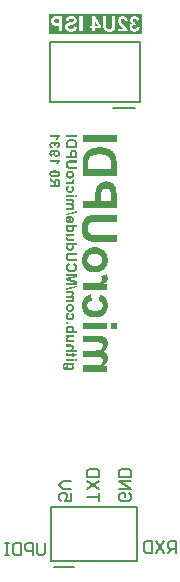
<source format=gbo>
G04 Layer_Color=32896*
%FSLAX44Y44*%
%MOMM*%
G71*
G01*
G75*
%ADD20C,0.2000*%
%ADD22C,0.1270*%
%ADD23C,0.2032*%
G36*
X71649Y194701D02*
X71778Y194692D01*
X71897D01*
X72005Y194682D01*
X72105Y194672D01*
X72184Y194662D01*
X72263Y194652D01*
X72332Y194642D01*
X72382Y194632D01*
X72431D01*
X72461Y194622D01*
X72491Y194612D01*
X72511D01*
X72669Y194573D01*
X72808Y194523D01*
X72947Y194464D01*
X73056Y194414D01*
X73155Y194355D01*
X73224Y194315D01*
X73264Y194285D01*
X73283Y194275D01*
X73412Y194176D01*
X73521Y194067D01*
X73620Y193939D01*
X73699Y193830D01*
X73769Y193721D01*
X73818Y193632D01*
X73848Y193572D01*
X73858Y193562D01*
Y193552D01*
X73937Y193364D01*
X73987Y193176D01*
X74026Y192998D01*
X74056Y192829D01*
X74076Y192681D01*
Y192621D01*
X74086Y192562D01*
Y192522D01*
Y192492D01*
Y192473D01*
Y192463D01*
X74076Y192245D01*
X74046Y192037D01*
X73997Y191839D01*
X73927Y191650D01*
X73858Y191472D01*
X73769Y191304D01*
X73680Y191155D01*
X73590Y191007D01*
X73491Y190888D01*
X73402Y190769D01*
X73313Y190670D01*
X73244Y190590D01*
X73174Y190531D01*
X73125Y190481D01*
X73095Y190452D01*
X73085Y190442D01*
X76453D01*
Y188689D01*
X67310D01*
Y190442D01*
X70628D01*
X70926Y190452D01*
X71173Y190462D01*
X71391Y190491D01*
X71570Y190521D01*
X71708Y190541D01*
X71807Y190571D01*
X71847Y190581D01*
X71867D01*
X71887Y190590D01*
X72035Y190660D01*
X72174Y190739D01*
X72283Y190818D01*
X72372Y190898D01*
X72441Y190967D01*
X72491Y191026D01*
X72521Y191076D01*
X72530Y191086D01*
X72600Y191215D01*
X72659Y191353D01*
X72699Y191482D01*
X72719Y191611D01*
X72738Y191710D01*
X72748Y191799D01*
Y191849D01*
Y191868D01*
X72738Y192007D01*
X72719Y192126D01*
X72699Y192235D01*
X72669Y192334D01*
X72629Y192403D01*
X72610Y192463D01*
X72590Y192492D01*
X72580Y192502D01*
X72511Y192591D01*
X72441Y192661D01*
X72362Y192720D01*
X72293Y192770D01*
X72223Y192809D01*
X72174Y192829D01*
X72134Y192849D01*
X72124D01*
X72065Y192869D01*
X71986Y192889D01*
X71897Y192899D01*
X71797Y192908D01*
X71589Y192928D01*
X71362Y192948D01*
X71153D01*
X71055Y192958D01*
X67310D01*
Y194711D01*
X71510D01*
X71649Y194701D01*
D02*
G37*
G36*
X73937Y200724D02*
X70876D01*
X70648Y200714D01*
X70440D01*
X70262Y200704D01*
X70094Y200695D01*
X69945Y200685D01*
X69816Y200665D01*
X69707Y200655D01*
X69618Y200645D01*
X69539Y200625D01*
X69479Y200615D01*
X69430Y200605D01*
X69390Y200595D01*
X69370D01*
X69351Y200586D01*
X69222Y200526D01*
X69103Y200457D01*
X68994Y200378D01*
X68905Y200298D01*
X68836Y200219D01*
X68786Y200160D01*
X68746Y200120D01*
X68737Y200100D01*
X68657Y199971D01*
X68598Y199833D01*
X68558Y199694D01*
X68528Y199575D01*
X68509Y199466D01*
X68499Y199387D01*
Y199328D01*
Y199318D01*
Y199308D01*
X68509Y199169D01*
X68528Y199040D01*
X68558Y198931D01*
X68588Y198832D01*
X68618Y198753D01*
X68647Y198703D01*
X68667Y198664D01*
X68677Y198654D01*
X68756Y198565D01*
X68836Y198495D01*
X68915Y198436D01*
X68994Y198386D01*
X69063Y198357D01*
X69123Y198327D01*
X69162Y198317D01*
X69172Y198307D01*
X69242Y198287D01*
X69341Y198277D01*
X69450Y198268D01*
X69578Y198258D01*
X69707Y198248D01*
X69856Y198238D01*
X70153Y198228D01*
X70430D01*
X70549Y198218D01*
X73937D01*
Y196465D01*
X69737D01*
X69410Y196475D01*
X69252Y196485D01*
X69113Y196504D01*
X68984Y196514D01*
X68865Y196534D01*
X68756Y196554D01*
X68657Y196584D01*
X68568Y196603D01*
X68489Y196623D01*
X68419Y196643D01*
X68370Y196653D01*
X68330Y196673D01*
X68301Y196683D01*
X68281Y196693D01*
X68271D01*
X68083Y196792D01*
X67924Y196910D01*
X67776Y197039D01*
X67667Y197168D01*
X67568Y197277D01*
X67508Y197366D01*
X67478Y197406D01*
X67459Y197435D01*
X67449Y197445D01*
Y197455D01*
X67350Y197663D01*
X67280Y197871D01*
X67231Y198069D01*
X67201Y198258D01*
X67181Y198416D01*
X67171Y198486D01*
X67161Y198545D01*
Y198585D01*
Y198624D01*
Y198644D01*
Y198654D01*
X67171Y198892D01*
X67211Y199119D01*
X67260Y199337D01*
X67310Y199516D01*
X67369Y199674D01*
X67389Y199734D01*
X67409Y199793D01*
X67429Y199833D01*
X67449Y199862D01*
X67459Y199882D01*
Y199892D01*
X67587Y200100D01*
X67716Y200298D01*
X67865Y200457D01*
X67993Y200595D01*
X68112Y200704D01*
X68211Y200784D01*
X68251Y200813D01*
X68281Y200833D01*
X68291Y200853D01*
X67310D01*
Y202478D01*
X73937D01*
Y200724D01*
D02*
G37*
G36*
X70985Y210670D02*
X71272Y210650D01*
X71530Y210611D01*
X71778Y210561D01*
X71996Y210492D01*
X72204Y210432D01*
X72392Y210353D01*
X72560Y210284D01*
X72709Y210214D01*
X72838Y210135D01*
X72956Y210075D01*
X73046Y210016D01*
X73115Y209957D01*
X73164Y209917D01*
X73194Y209897D01*
X73204Y209887D01*
X73363Y209739D01*
X73491Y209570D01*
X73610Y209412D01*
X73709Y209243D01*
X73798Y209075D01*
X73868Y208907D01*
X73927Y208748D01*
X73977Y208590D01*
X74016Y208441D01*
X74036Y208312D01*
X74056Y208193D01*
X74076Y208084D01*
Y208005D01*
X74086Y207936D01*
Y207896D01*
Y207886D01*
X74076Y207678D01*
X74046Y207490D01*
X73997Y207302D01*
X73937Y207124D01*
X73868Y206955D01*
X73788Y206797D01*
X73709Y206648D01*
X73620Y206519D01*
X73531Y206390D01*
X73452Y206291D01*
X73373Y206192D01*
X73303Y206113D01*
X73244Y206054D01*
X73194Y206014D01*
X73164Y205984D01*
X73155Y205974D01*
X76453D01*
Y204221D01*
X67310D01*
Y205846D01*
X68281D01*
X68083Y206004D01*
X67914Y206163D01*
X67776Y206321D01*
X67657Y206470D01*
X67558Y206598D01*
X67488Y206698D01*
X67469Y206737D01*
X67449Y206767D01*
X67439Y206777D01*
Y206787D01*
X67350Y206995D01*
X67280Y207193D01*
X67231Y207381D01*
X67201Y207559D01*
X67181Y207698D01*
X67161Y207807D01*
Y207847D01*
Y207876D01*
Y207896D01*
Y207906D01*
X67171Y208124D01*
X67201Y208322D01*
X67251Y208520D01*
X67300Y208699D01*
X67369Y208877D01*
X67449Y209035D01*
X67528Y209184D01*
X67617Y209323D01*
X67706Y209442D01*
X67786Y209550D01*
X67865Y209650D01*
X67934Y209729D01*
X67993Y209788D01*
X68033Y209828D01*
X68063Y209858D01*
X68073Y209867D01*
X68251Y210006D01*
X68449Y210135D01*
X68657Y210244D01*
X68875Y210333D01*
X69083Y210412D01*
X69301Y210482D01*
X69519Y210531D01*
X69727Y210581D01*
X69925Y210611D01*
X70104Y210640D01*
X70272Y210660D01*
X70411Y210670D01*
X70529D01*
X70619Y210680D01*
X70688D01*
X70985Y210670D01*
D02*
G37*
G36*
X68776Y187470D02*
X68727Y187311D01*
X68687Y187173D01*
X68657Y187044D01*
X68637Y186945D01*
X68628Y186866D01*
X68618Y186816D01*
Y186777D01*
Y186767D01*
X68628Y186648D01*
X68657Y186559D01*
X68677Y186519D01*
X68687Y186489D01*
X68697Y186479D01*
Y186469D01*
X68766Y186400D01*
X68836Y186351D01*
X68895Y186331D01*
X68905Y186321D01*
X68945D01*
X68994Y186311D01*
X69054D01*
X69123Y186301D01*
X69281D01*
X69440Y186291D01*
X72540D01*
Y187490D01*
X73937D01*
Y186291D01*
X76285D01*
X75255Y184538D01*
X73937D01*
Y183736D01*
X72540D01*
Y184538D01*
X69192D01*
X69063Y184548D01*
X68945D01*
X68845Y184558D01*
X68756D01*
X68677Y184568D01*
X68558D01*
X68509Y184578D01*
X68469D01*
X68429Y184587D01*
X68410D01*
X68261Y184617D01*
X68122Y184657D01*
X68003Y184696D01*
X67904Y184736D01*
X67835Y184776D01*
X67776Y184805D01*
X67736Y184825D01*
X67726Y184835D01*
X67637Y184914D01*
X67558Y184993D01*
X67488Y185093D01*
X67429Y185182D01*
X67379Y185261D01*
X67350Y185330D01*
X67330Y185370D01*
X67320Y185390D01*
X67270Y185538D01*
X67231Y185687D01*
X67201Y185826D01*
X67181Y185954D01*
X67171Y186073D01*
X67161Y186162D01*
Y186222D01*
Y186232D01*
Y186242D01*
X67171Y186519D01*
X67201Y186786D01*
X67241Y187024D01*
X67290Y187222D01*
X67310Y187311D01*
X67340Y187391D01*
X67359Y187460D01*
X67379Y187520D01*
X67399Y187569D01*
X67409Y187599D01*
X67419Y187619D01*
Y187628D01*
X68776Y187470D01*
D02*
G37*
G36*
X73937Y177534D02*
X73006D01*
X73194Y177376D01*
X73363Y177217D01*
X73511Y177049D01*
X73630Y176880D01*
X73739Y176712D01*
X73818Y176544D01*
X73898Y176375D01*
X73947Y176217D01*
X73997Y176068D01*
X74026Y175939D01*
X74056Y175811D01*
X74066Y175712D01*
X74076Y175623D01*
X74086Y175563D01*
Y175513D01*
Y175504D01*
X74076Y175286D01*
X74046Y175078D01*
X74007Y174879D01*
X73947Y174691D01*
X73878Y174513D01*
X73808Y174354D01*
X73729Y174196D01*
X73650Y174067D01*
X73561Y173938D01*
X73481Y173829D01*
X73412Y173730D01*
X73343Y173661D01*
X73283Y173592D01*
X73244Y173552D01*
X73214Y173522D01*
X73204Y173512D01*
X73026Y173374D01*
X72838Y173255D01*
X72639Y173146D01*
X72431Y173057D01*
X72223Y172978D01*
X72015Y172918D01*
X71807Y172859D01*
X71599Y172819D01*
X71411Y172789D01*
X71233Y172760D01*
X71074Y172740D01*
X70936Y172730D01*
X70817D01*
X70728Y172720D01*
X70658D01*
X70411Y172730D01*
X70183Y172750D01*
X69965Y172779D01*
X69757Y172819D01*
X69559Y172859D01*
X69370Y172908D01*
X69202Y172968D01*
X69054Y173027D01*
X68915Y173077D01*
X68796Y173136D01*
X68687Y173186D01*
X68598Y173235D01*
X68528Y173265D01*
X68479Y173295D01*
X68449Y173314D01*
X68439Y173324D01*
X68241Y173473D01*
X68063Y173641D01*
X67914Y173810D01*
X67786Y173988D01*
X67677Y174156D01*
X67587Y174335D01*
X67508Y174503D01*
X67449Y174671D01*
X67409Y174830D01*
X67369Y174969D01*
X67350Y175107D01*
X67330Y175216D01*
X67320Y175306D01*
X67310Y175375D01*
Y175424D01*
Y175434D01*
X67320Y175652D01*
X67359Y175860D01*
X67409Y176068D01*
X67478Y176246D01*
X67568Y176425D01*
X67657Y176593D01*
X67756Y176742D01*
X67855Y176880D01*
X67954Y176999D01*
X68053Y177108D01*
X68152Y177207D01*
X68231Y177287D01*
X68301Y177346D01*
X68350Y177386D01*
X68390Y177415D01*
X68400Y177425D01*
X67221D01*
X67052Y177415D01*
X66914Y177396D01*
X66805Y177386D01*
X66716Y177366D01*
X66666Y177346D01*
X66627Y177336D01*
X66617D01*
X66508Y177287D01*
X66418Y177237D01*
X66339Y177178D01*
X66280Y177118D01*
X66230Y177069D01*
X66200Y177029D01*
X66181Y176999D01*
X66171Y176989D01*
X66101Y176851D01*
X66052Y176682D01*
X66012Y176514D01*
X65992Y176346D01*
X65973Y176197D01*
Y176128D01*
X65963Y176068D01*
Y176029D01*
Y175989D01*
Y175969D01*
Y175959D01*
X65973Y175771D01*
X65992Y175613D01*
X66022Y175474D01*
X66062Y175365D01*
X66101Y175286D01*
X66131Y175226D01*
X66151Y175187D01*
X66161Y175177D01*
X66220Y175117D01*
X66290Y175068D01*
X66369Y175028D01*
X66448Y174998D01*
X66518Y174979D01*
X66577Y174959D01*
X66627Y174949D01*
X66636D01*
X66884Y172948D01*
X66805Y172938D01*
X66676D01*
X66518Y172948D01*
X66359Y172968D01*
X66210Y173007D01*
X66072Y173047D01*
X65824Y173156D01*
X65705Y173225D01*
X65606Y173295D01*
X65517Y173354D01*
X65438Y173423D01*
X65368Y173483D01*
X65319Y173532D01*
X65269Y173572D01*
X65240Y173612D01*
X65220Y173631D01*
X65210Y173641D01*
X65111Y173780D01*
X65022Y173948D01*
X64942Y174127D01*
X64873Y174315D01*
X64814Y174503D01*
X64764Y174701D01*
X64695Y175097D01*
X64675Y175286D01*
X64655Y175454D01*
X64645Y175613D01*
X64635Y175751D01*
X64626Y175870D01*
Y175959D01*
Y176009D01*
Y176029D01*
X64635Y176346D01*
X64655Y176633D01*
X64685Y176890D01*
X64705Y176999D01*
X64724Y177099D01*
X64734Y177188D01*
X64754Y177277D01*
X64774Y177346D01*
X64784Y177396D01*
X64794Y177445D01*
X64804Y177475D01*
X64814Y177495D01*
Y177505D01*
X64893Y177713D01*
X64972Y177901D01*
X65061Y178059D01*
X65150Y178188D01*
X65220Y178297D01*
X65279Y178376D01*
X65329Y178416D01*
X65339Y178436D01*
X65468Y178555D01*
X65616Y178664D01*
X65775Y178763D01*
X65913Y178842D01*
X66052Y178901D01*
X66151Y178941D01*
X66191Y178961D01*
X66220Y178971D01*
X66240Y178981D01*
X66250D01*
X66369Y179020D01*
X66488Y179050D01*
X66765Y179100D01*
X67052Y179129D01*
X67330Y179159D01*
X67469D01*
X67587Y179169D01*
X67696D01*
X67795Y179179D01*
X73937D01*
Y177534D01*
D02*
G37*
G36*
Y180912D02*
X67310D01*
Y182666D01*
X73937D01*
Y180912D01*
D02*
G37*
G36*
X76453D02*
X74829D01*
Y182666D01*
X76453D01*
Y180912D01*
D02*
G37*
G36*
X69063Y212086D02*
X67310D01*
Y213840D01*
X69063D01*
Y212086D01*
D02*
G37*
G36*
X76453Y251463D02*
X70212Y249838D01*
X76453Y248194D01*
Y245430D01*
X67310D01*
Y247134D01*
X74502D01*
X67310Y248937D01*
Y250720D01*
X74502Y252523D01*
X67310Y252533D01*
Y254237D01*
X76453D01*
Y251463D01*
D02*
G37*
G36*
X70668Y261933D02*
X70490Y261884D01*
X70311Y261834D01*
X70153Y261775D01*
X70014Y261716D01*
X69876Y261646D01*
X69757Y261587D01*
X69648Y261517D01*
X69549Y261458D01*
X69469Y261399D01*
X69390Y261339D01*
X69331Y261290D01*
X69281Y261250D01*
X69242Y261210D01*
X69212Y261181D01*
X69202Y261171D01*
X69192Y261161D01*
X69113Y261062D01*
X69043Y260953D01*
X68925Y260745D01*
X68845Y260537D01*
X68786Y260339D01*
X68756Y260160D01*
X68737Y260091D01*
Y260022D01*
X68727Y259972D01*
Y259932D01*
Y259913D01*
Y259903D01*
X68737Y259724D01*
X68756Y259546D01*
X68796Y259378D01*
X68845Y259229D01*
X68895Y259081D01*
X68954Y258952D01*
X69024Y258823D01*
X69093Y258714D01*
X69162Y258615D01*
X69232Y258526D01*
X69291Y258456D01*
X69341Y258387D01*
X69390Y258347D01*
X69430Y258308D01*
X69450Y258288D01*
X69460Y258278D01*
X69608Y258169D01*
X69777Y258080D01*
X69955Y257991D01*
X70153Y257922D01*
X70361Y257862D01*
X70559Y257812D01*
X70965Y257743D01*
X71163Y257714D01*
X71342Y257694D01*
X71500Y257684D01*
X71649Y257674D01*
X71758Y257664D01*
X71926D01*
X72223Y257674D01*
X72501Y257694D01*
X72748Y257723D01*
X72986Y257763D01*
X73204Y257812D01*
X73392Y257862D01*
X73571Y257922D01*
X73719Y257981D01*
X73858Y258030D01*
X73977Y258090D01*
X74076Y258139D01*
X74155Y258189D01*
X74215Y258229D01*
X74264Y258258D01*
X74284Y258278D01*
X74294Y258288D01*
X74422Y258407D01*
X74531Y258546D01*
X74630Y258674D01*
X74720Y258813D01*
X74789Y258952D01*
X74848Y259090D01*
X74898Y259229D01*
X74938Y259358D01*
X74967Y259477D01*
X74987Y259586D01*
X75007Y259685D01*
X75017Y259774D01*
X75027Y259843D01*
Y259893D01*
Y259932D01*
Y259942D01*
X75007Y260210D01*
X74957Y260448D01*
X74898Y260656D01*
X74819Y260844D01*
X74739Y260992D01*
X74710Y261052D01*
X74680Y261101D01*
X74650Y261141D01*
X74630Y261171D01*
X74621Y261181D01*
X74611Y261190D01*
X74442Y261369D01*
X74264Y261517D01*
X74076Y261636D01*
X73898Y261725D01*
X73739Y261795D01*
X73670Y261824D01*
X73610Y261844D01*
X73561Y261854D01*
X73521Y261864D01*
X73501Y261874D01*
X73491D01*
X73927Y263697D01*
X74125Y263637D01*
X74314Y263568D01*
X74482Y263489D01*
X74650Y263419D01*
X74799Y263340D01*
X74938Y263261D01*
X75057Y263182D01*
X75175Y263112D01*
X75274Y263033D01*
X75364Y262974D01*
X75433Y262914D01*
X75492Y262855D01*
X75542Y262815D01*
X75572Y262785D01*
X75591Y262766D01*
X75601Y262756D01*
X75780Y262548D01*
X75928Y262340D01*
X76067Y262112D01*
X76176Y261884D01*
X76275Y261656D01*
X76354Y261428D01*
X76424Y261210D01*
X76473Y261002D01*
X76523Y260804D01*
X76552Y260616D01*
X76572Y260448D01*
X76582Y260309D01*
X76592Y260190D01*
X76602Y260111D01*
Y260051D01*
Y260032D01*
X76592Y259685D01*
X76552Y259348D01*
X76483Y259031D01*
X76404Y258734D01*
X76305Y258456D01*
X76206Y258209D01*
X76087Y257971D01*
X75968Y257763D01*
X75849Y257575D01*
X75740Y257406D01*
X75631Y257268D01*
X75532Y257149D01*
X75453Y257050D01*
X75393Y256990D01*
X75344Y256941D01*
X75334Y256931D01*
X75086Y256723D01*
X74819Y256545D01*
X74541Y256386D01*
X74254Y256257D01*
X73957Y256138D01*
X73660Y256049D01*
X73373Y255970D01*
X73085Y255911D01*
X72828Y255861D01*
X72580Y255821D01*
X72352Y255802D01*
X72164Y255782D01*
X72005Y255772D01*
X71946Y255762D01*
X71788D01*
X71391Y255772D01*
X71025Y255812D01*
X70678Y255871D01*
X70351Y255940D01*
X70044Y256029D01*
X69767Y256129D01*
X69509Y256238D01*
X69281Y256346D01*
X69073Y256455D01*
X68895Y256564D01*
X68746Y256663D01*
X68618Y256753D01*
X68519Y256822D01*
X68449Y256881D01*
X68400Y256921D01*
X68390Y256931D01*
X68172Y257159D01*
X67984Y257397D01*
X67815Y257644D01*
X67677Y257892D01*
X67558Y258139D01*
X67459Y258387D01*
X67369Y258635D01*
X67310Y258863D01*
X67251Y259081D01*
X67221Y259289D01*
X67191Y259467D01*
X67171Y259615D01*
X67161Y259744D01*
X67151Y259843D01*
Y259903D01*
Y259913D01*
Y259923D01*
X67161Y260190D01*
X67181Y260448D01*
X67221Y260695D01*
X67260Y260923D01*
X67320Y261141D01*
X67379Y261339D01*
X67449Y261527D01*
X67518Y261686D01*
X67578Y261844D01*
X67647Y261973D01*
X67706Y262082D01*
X67766Y262181D01*
X67805Y262250D01*
X67845Y262310D01*
X67865Y262340D01*
X67875Y262349D01*
X68023Y262528D01*
X68182Y262686D01*
X68350Y262835D01*
X68538Y262974D01*
X68717Y263092D01*
X68905Y263211D01*
X69093Y263310D01*
X69271Y263400D01*
X69440Y263479D01*
X69598Y263548D01*
X69747Y263598D01*
X69866Y263647D01*
X69975Y263687D01*
X70044Y263707D01*
X70094Y263726D01*
X70113D01*
X70668Y261933D01*
D02*
G37*
G36*
X76453Y270740D02*
X71005D01*
X70837Y270730D01*
X70678D01*
X70539Y270720D01*
X70411Y270710D01*
X70292Y270700D01*
X70193D01*
X70104Y270690D01*
X70024Y270680D01*
X69965Y270671D01*
X69905Y270661D01*
X69866D01*
X69836Y270651D01*
X69816D01*
X69648Y270611D01*
X69499Y270542D01*
X69360Y270462D01*
X69252Y270383D01*
X69162Y270304D01*
X69093Y270235D01*
X69043Y270195D01*
X69034Y270175D01*
X68925Y270007D01*
X68855Y269819D01*
X68796Y269620D01*
X68756Y269432D01*
X68737Y269254D01*
X68727Y269185D01*
Y269115D01*
X68717Y269066D01*
Y269026D01*
Y268996D01*
Y268986D01*
X68727Y268709D01*
X68766Y268471D01*
X68826Y268263D01*
X68885Y268085D01*
X68945Y267946D01*
X69004Y267847D01*
X69024Y267818D01*
X69043Y267788D01*
X69054Y267778D01*
Y267768D01*
X69192Y267619D01*
X69341Y267491D01*
X69489Y267392D01*
X69628Y267322D01*
X69757Y267263D01*
X69866Y267233D01*
X69905Y267213D01*
X69935D01*
X69945Y267203D01*
X69955D01*
X70034Y267194D01*
X70123Y267184D01*
X70222Y267174D01*
X70341D01*
X70589Y267154D01*
X70975D01*
X71094Y267144D01*
X76453D01*
Y265301D01*
X71282D01*
X71015Y265311D01*
X70777Y265321D01*
X70549Y265331D01*
X70341Y265341D01*
X70153Y265361D01*
X69975Y265371D01*
X69826Y265391D01*
X69687Y265410D01*
X69569Y265420D01*
X69469Y265440D01*
X69390Y265450D01*
X69321Y265460D01*
X69281Y265470D01*
X69252Y265480D01*
X69242D01*
X69043Y265539D01*
X68855Y265609D01*
X68687Y265698D01*
X68528Y265787D01*
X68400Y265866D01*
X68310Y265935D01*
X68271Y265955D01*
X68241Y265975D01*
X68231Y265995D01*
X68221D01*
X68053Y266153D01*
X67895Y266332D01*
X67766Y266510D01*
X67657Y266678D01*
X67558Y266827D01*
X67528Y266896D01*
X67498Y266956D01*
X67469Y266995D01*
X67449Y267035D01*
X67439Y267055D01*
Y267065D01*
X67389Y267194D01*
X67340Y267342D01*
X67270Y267659D01*
X67211Y267986D01*
X67181Y268313D01*
X67171Y268461D01*
X67161Y268600D01*
X67151Y268719D01*
Y268828D01*
X67142Y268917D01*
Y268986D01*
Y269036D01*
Y269046D01*
Y269244D01*
X67151Y269432D01*
X67171Y269611D01*
X67181Y269779D01*
X67211Y269928D01*
X67231Y270076D01*
X67251Y270205D01*
X67280Y270324D01*
X67310Y270433D01*
X67330Y270532D01*
X67359Y270611D01*
X67379Y270680D01*
X67389Y270730D01*
X67409Y270770D01*
X67419Y270789D01*
Y270799D01*
X67528Y271037D01*
X67657Y271255D01*
X67776Y271433D01*
X67895Y271592D01*
X68003Y271711D01*
X68083Y271800D01*
X68142Y271849D01*
X68152Y271869D01*
X68162D01*
X68350Y272008D01*
X68538Y272127D01*
X68727Y272226D01*
X68915Y272295D01*
X69073Y272355D01*
X69143Y272374D01*
X69202Y272394D01*
X69242Y272404D01*
X69281Y272414D01*
X69301Y272424D01*
X69311D01*
X69450Y272454D01*
X69608Y272473D01*
X69777Y272493D01*
X69965Y272513D01*
X70351Y272543D01*
X70728Y272563D01*
X70916Y272572D01*
X71084D01*
X71233Y272582D01*
X76453D01*
Y270740D01*
D02*
G37*
G36*
X76602Y243211D02*
X67151Y240952D01*
Y242240D01*
X76602Y244529D01*
Y243211D01*
D02*
G37*
G36*
X69846Y219774D02*
X69608Y219714D01*
X69400Y219645D01*
X69232Y219566D01*
X69093Y219496D01*
X68994Y219427D01*
X68925Y219367D01*
X68875Y219328D01*
X68865Y219318D01*
X68776Y219189D01*
X68707Y219060D01*
X68657Y218922D01*
X68628Y218793D01*
X68608Y218684D01*
X68588Y218585D01*
Y218525D01*
Y218515D01*
Y218505D01*
X68598Y218387D01*
X68608Y218268D01*
X68667Y218050D01*
X68746Y217871D01*
X68836Y217723D01*
X68925Y217594D01*
X68994Y217505D01*
X69054Y217456D01*
X69063Y217436D01*
X69073D01*
X69172Y217366D01*
X69281Y217307D01*
X69410Y217257D01*
X69539Y217208D01*
X69816Y217148D01*
X70084Y217099D01*
X70222Y217079D01*
X70341Y217069D01*
X70450Y217059D01*
X70549D01*
X70628Y217049D01*
X70926D01*
X71104Y217069D01*
X71272Y217089D01*
X71421Y217109D01*
X71560Y217139D01*
X71679Y217168D01*
X71797Y217208D01*
X71897Y217248D01*
X71976Y217277D01*
X72055Y217317D01*
X72114Y217346D01*
X72164Y217376D01*
X72204Y217396D01*
X72233Y217416D01*
X72243Y217436D01*
X72253D01*
X72332Y217515D01*
X72402Y217594D01*
X72521Y217763D01*
X72600Y217931D01*
X72649Y218099D01*
X72689Y218248D01*
X72699Y218317D01*
Y218367D01*
X72709Y218416D01*
Y218446D01*
Y218466D01*
Y218476D01*
X72699Y218654D01*
X72669Y218813D01*
X72620Y218951D01*
X72580Y219060D01*
X72530Y219159D01*
X72481Y219219D01*
X72451Y219268D01*
X72441Y219278D01*
X72332Y219387D01*
X72214Y219476D01*
X72085Y219546D01*
X71966Y219605D01*
X71857Y219635D01*
X71758Y219664D01*
X71698Y219684D01*
X71679D01*
X71986Y221408D01*
X72174Y221349D01*
X72362Y221269D01*
X72521Y221200D01*
X72679Y221111D01*
X72818Y221032D01*
X72947Y220942D01*
X73065Y220853D01*
X73174Y220774D01*
X73264Y220695D01*
X73343Y220625D01*
X73412Y220556D01*
X73462Y220497D01*
X73511Y220447D01*
X73541Y220408D01*
X73551Y220388D01*
X73561Y220378D01*
X73650Y220239D01*
X73739Y220091D01*
X73808Y219932D01*
X73868Y219774D01*
X73957Y219457D01*
X74016Y219149D01*
X74046Y219011D01*
X74056Y218872D01*
X74066Y218763D01*
X74076Y218654D01*
X74086Y218575D01*
Y218505D01*
Y218466D01*
Y218456D01*
X74076Y218188D01*
X74046Y217931D01*
X73997Y217693D01*
X73947Y217465D01*
X73868Y217257D01*
X73798Y217069D01*
X73709Y216891D01*
X73630Y216732D01*
X73541Y216594D01*
X73452Y216465D01*
X73382Y216366D01*
X73313Y216277D01*
X73254Y216207D01*
X73204Y216158D01*
X73174Y216128D01*
X73164Y216118D01*
X72986Y215970D01*
X72798Y215831D01*
X72590Y215722D01*
X72382Y215623D01*
X72164Y215534D01*
X71956Y215464D01*
X71748Y215415D01*
X71550Y215365D01*
X71352Y215326D01*
X71173Y215306D01*
X71015Y215286D01*
X70876Y215266D01*
X70767D01*
X70678Y215256D01*
X70609D01*
X70311Y215266D01*
X70034Y215296D01*
X69777Y215336D01*
X69529Y215395D01*
X69301Y215455D01*
X69093Y215534D01*
X68905Y215603D01*
X68737Y215692D01*
X68588Y215772D01*
X68449Y215851D01*
X68340Y215920D01*
X68241Y215979D01*
X68172Y216039D01*
X68112Y216079D01*
X68083Y216108D01*
X68073Y216118D01*
X67914Y216287D01*
X67776Y216465D01*
X67647Y216653D01*
X67548Y216841D01*
X67459Y217039D01*
X67379Y217228D01*
X67320Y217416D01*
X67280Y217594D01*
X67241Y217763D01*
X67211Y217921D01*
X67191Y218070D01*
X67171Y218188D01*
Y218288D01*
X67161Y218367D01*
Y218407D01*
Y218426D01*
X67171Y218664D01*
X67191Y218882D01*
X67221Y219090D01*
X67251Y219278D01*
X67300Y219466D01*
X67350Y219635D01*
X67399Y219783D01*
X67459Y219922D01*
X67518Y220041D01*
X67568Y220150D01*
X67617Y220239D01*
X67667Y220318D01*
X67696Y220378D01*
X67726Y220427D01*
X67746Y220447D01*
X67756Y220457D01*
X67875Y220596D01*
X68003Y220725D01*
X68142Y220833D01*
X68291Y220942D01*
X68439Y221042D01*
X68588Y221121D01*
X68875Y221259D01*
X69014Y221319D01*
X69143Y221368D01*
X69252Y221408D01*
X69351Y221438D01*
X69440Y221467D01*
X69499Y221487D01*
X69539Y221497D01*
X69549D01*
X69846Y219774D01*
D02*
G37*
G36*
X70916Y229145D02*
X71173Y229115D01*
X71421Y229065D01*
X71649Y229006D01*
X71867Y228937D01*
X72075Y228847D01*
X72263Y228768D01*
X72431Y228679D01*
X72580Y228580D01*
X72719Y228501D01*
X72828Y228421D01*
X72927Y228342D01*
X73006Y228283D01*
X73056Y228233D01*
X73095Y228204D01*
X73105Y228194D01*
X73273Y228005D01*
X73432Y227817D01*
X73561Y227609D01*
X73670Y227401D01*
X73769Y227203D01*
X73848Y226995D01*
X73907Y226797D01*
X73967Y226609D01*
X74007Y226430D01*
X74036Y226262D01*
X74056Y226113D01*
X74066Y225985D01*
X74076Y225886D01*
X74086Y225806D01*
Y225757D01*
Y225737D01*
Y225559D01*
X74066Y225380D01*
X74016Y225053D01*
X73947Y224756D01*
X73907Y224618D01*
X73868Y224489D01*
X73828Y224380D01*
X73788Y224281D01*
X73749Y224192D01*
X73719Y224112D01*
X73689Y224053D01*
X73670Y224013D01*
X73660Y223983D01*
X73650Y223974D01*
X73471Y223696D01*
X73273Y223458D01*
X73065Y223251D01*
X72867Y223072D01*
X72689Y222943D01*
X72610Y222884D01*
X72540Y222844D01*
X72481Y222815D01*
X72441Y222785D01*
X72412Y222775D01*
X72402Y222765D01*
X72253Y222686D01*
X72095Y222626D01*
X71797Y222518D01*
X71510Y222448D01*
X71253Y222389D01*
X71134Y222379D01*
X71035Y222359D01*
X70936Y222349D01*
X70856D01*
X70797Y222339D01*
X70708D01*
X70500Y222349D01*
X70302Y222359D01*
X70104Y222379D01*
X69925Y222409D01*
X69757Y222438D01*
X69598Y222478D01*
X69450Y222518D01*
X69311Y222557D01*
X69192Y222597D01*
X69083Y222626D01*
X68994Y222666D01*
X68915Y222696D01*
X68855Y222726D01*
X68816Y222745D01*
X68786Y222765D01*
X68776D01*
X68499Y222943D01*
X68251Y223141D01*
X68043Y223350D01*
X67875Y223548D01*
X67746Y223736D01*
X67686Y223805D01*
X67647Y223875D01*
X67607Y223934D01*
X67587Y223974D01*
X67578Y224003D01*
X67568Y224013D01*
X67429Y224320D01*
X67330Y224627D01*
X67260Y224925D01*
X67211Y225192D01*
X67191Y225311D01*
X67181Y225420D01*
X67171Y225509D01*
Y225588D01*
X67161Y225658D01*
Y225707D01*
Y225737D01*
Y225747D01*
X67171Y226014D01*
X67201Y226272D01*
X67251Y226520D01*
X67320Y226747D01*
X67389Y226965D01*
X67469Y227163D01*
X67558Y227352D01*
X67657Y227520D01*
X67746Y227669D01*
X67835Y227797D01*
X67914Y227916D01*
X67993Y228005D01*
X68053Y228085D01*
X68102Y228144D01*
X68132Y228174D01*
X68142Y228184D01*
X68330Y228352D01*
X68538Y228501D01*
X68737Y228629D01*
X68954Y228748D01*
X69162Y228838D01*
X69370Y228917D01*
X69569Y228986D01*
X69767Y229036D01*
X69945Y229075D01*
X70113Y229105D01*
X70262Y229125D01*
X70391Y229145D01*
X70490D01*
X70569Y229154D01*
X70638D01*
X70916Y229145D01*
D02*
G37*
G36*
X71877Y240130D02*
X72025Y240120D01*
X72154Y240110D01*
X72283Y240101D01*
X72392Y240081D01*
X72491Y240061D01*
X72590Y240051D01*
X72669Y240031D01*
X72729Y240012D01*
X72788Y239992D01*
X72838Y239982D01*
X72867Y239972D01*
X72897Y239962D01*
X72917Y239952D01*
X73115Y239853D01*
X73293Y239734D01*
X73442Y239605D01*
X73571Y239486D01*
X73660Y239368D01*
X73729Y239278D01*
X73779Y239219D01*
X73788Y239209D01*
Y239199D01*
X73888Y239001D01*
X73957Y238793D01*
X74016Y238585D01*
X74046Y238397D01*
X74066Y238228D01*
X74076Y238159D01*
X74086Y238090D01*
Y238040D01*
Y238001D01*
Y237981D01*
Y237971D01*
X74076Y237763D01*
X74046Y237565D01*
X73997Y237376D01*
X73957Y237218D01*
X73907Y237079D01*
X73858Y236980D01*
X73848Y236941D01*
X73828Y236911D01*
X73818Y236901D01*
Y236891D01*
X73709Y236703D01*
X73590Y236535D01*
X73452Y236376D01*
X73323Y236227D01*
X73204Y236118D01*
X73115Y236029D01*
X73075Y235990D01*
X73046Y235970D01*
X73036Y235960D01*
X73026Y235950D01*
X73214Y235831D01*
X73373Y235702D01*
X73511Y235574D01*
X73620Y235455D01*
X73709Y235346D01*
X73769Y235257D01*
X73808Y235197D01*
X73818Y235187D01*
Y235177D01*
X73907Y234999D01*
X73977Y234811D01*
X74016Y234623D01*
X74056Y234454D01*
X74076Y234306D01*
Y234236D01*
X74086Y234187D01*
Y234137D01*
Y234107D01*
Y234088D01*
Y234078D01*
X74076Y233860D01*
X74036Y233642D01*
X73987Y233444D01*
X73917Y233246D01*
X73838Y233067D01*
X73749Y232899D01*
X73660Y232740D01*
X73561Y232602D01*
X73462Y232473D01*
X73363Y232354D01*
X73273Y232255D01*
X73194Y232176D01*
X73125Y232106D01*
X73075Y232057D01*
X73036Y232027D01*
X73026Y232017D01*
X73937D01*
Y230403D01*
X67310D01*
Y232156D01*
X70698D01*
X70856Y232166D01*
X71005D01*
X71144Y232176D01*
X71262Y232186D01*
X71381Y232196D01*
X71480Y232215D01*
X71570Y232225D01*
X71639Y232235D01*
X71708Y232255D01*
X71768Y232265D01*
X71807Y232275D01*
X71847Y232285D01*
X71867D01*
X71887Y232295D01*
X72035Y232354D01*
X72164Y232423D01*
X72273Y232503D01*
X72362Y232572D01*
X72431Y232641D01*
X72481Y232701D01*
X72511Y232740D01*
X72521Y232750D01*
X72600Y232879D01*
X72649Y233008D01*
X72689Y233127D01*
X72719Y233236D01*
X72738Y233335D01*
X72748Y233414D01*
Y233464D01*
Y233483D01*
X72738Y233602D01*
X72729Y233711D01*
X72709Y233800D01*
X72679Y233880D01*
X72649Y233939D01*
X72629Y233979D01*
X72620Y234008D01*
X72610Y234018D01*
X72550Y234088D01*
X72481Y234147D01*
X72342Y234236D01*
X72283Y234266D01*
X72233Y234286D01*
X72194Y234306D01*
X72184D01*
X72124Y234325D01*
X72055Y234335D01*
X71966Y234355D01*
X71877Y234365D01*
X71669Y234385D01*
X71461Y234395D01*
X71262Y234405D01*
X67310D01*
Y236158D01*
X70658D01*
X70817Y236168D01*
X70965D01*
X71104Y236178D01*
X71223Y236188D01*
X71332Y236198D01*
X71441Y236217D01*
X71530Y236227D01*
X71609Y236237D01*
X71669Y236257D01*
X71728Y236267D01*
X71778Y236277D01*
X71807Y236287D01*
X71837D01*
X71857Y236297D01*
X72015Y236356D01*
X72144Y236425D01*
X72263Y236505D01*
X72352Y236584D01*
X72421Y236653D01*
X72481Y236713D01*
X72511Y236752D01*
X72521Y236762D01*
X72600Y236891D01*
X72649Y237010D01*
X72689Y237129D01*
X72719Y237228D01*
X72738Y237327D01*
X72748Y237396D01*
Y237436D01*
Y237456D01*
X72729Y237634D01*
X72689Y237783D01*
X72629Y237911D01*
X72560Y238020D01*
X72491Y238100D01*
X72431Y238149D01*
X72392Y238189D01*
X72372Y238199D01*
X72312Y238228D01*
X72233Y238258D01*
X72144Y238288D01*
X72055Y238308D01*
X71837Y238337D01*
X71629Y238367D01*
X71421Y238377D01*
X71332D01*
X71253Y238387D01*
X67310D01*
Y240140D01*
X71708D01*
X71877Y240130D01*
D02*
G37*
G36*
X110116Y366431D02*
X81280D01*
Y372242D01*
X110116D01*
Y366431D01*
D02*
G37*
G36*
X56154Y366539D02*
X56299Y366529D01*
X56571Y366481D01*
X56804Y366403D01*
X57008Y366316D01*
X57095Y366277D01*
X57173Y366229D01*
X57241Y366190D01*
X57299Y366161D01*
X57338Y366122D01*
X57367Y366102D01*
X57386Y366093D01*
X57396Y366083D01*
X57502Y365996D01*
X57600Y365899D01*
X57755Y365705D01*
X57891Y365501D01*
X57988Y365297D01*
X58056Y365132D01*
X58085Y365055D01*
X58104Y364987D01*
X58123Y364938D01*
X58133Y364899D01*
X58143Y364870D01*
Y364860D01*
X58279Y365084D01*
X58424Y365288D01*
X58580Y365462D01*
X58735Y365608D01*
X58890Y365734D01*
X59045Y365840D01*
X59201Y365918D01*
X59346Y365986D01*
X59482Y366044D01*
X59618Y366083D01*
X59734Y366112D01*
X59831Y366132D01*
X59909Y366141D01*
X59977Y366151D01*
X60025D01*
X60181Y366141D01*
X60326Y366122D01*
X60472Y366093D01*
X60607Y366054D01*
X60860Y365947D01*
X61073Y365831D01*
X61170Y365773D01*
X61258Y365714D01*
X61335Y365656D01*
X61393Y365608D01*
X61442Y365569D01*
X61481Y365540D01*
X61500Y365520D01*
X61510Y365511D01*
X61655Y365365D01*
X61781Y365210D01*
X61888Y365045D01*
X61985Y364870D01*
X62063Y364705D01*
X62131Y364540D01*
X62179Y364375D01*
X62228Y364210D01*
X62257Y364065D01*
X62286Y363929D01*
X62296Y363803D01*
X62315Y363696D01*
Y363609D01*
X62325Y363541D01*
Y363502D01*
Y363483D01*
X62315Y363211D01*
X62286Y362959D01*
X62238Y362726D01*
X62189Y362532D01*
X62160Y362444D01*
X62131Y362367D01*
X62111Y362299D01*
X62092Y362241D01*
X62073Y362192D01*
X62053Y362163D01*
X62043Y362144D01*
Y362134D01*
X61927Y361921D01*
X61801Y361736D01*
X61675Y361581D01*
X61549Y361455D01*
X61442Y361348D01*
X61345Y361270D01*
X61287Y361232D01*
X61277Y361212D01*
X61267D01*
X61073Y361096D01*
X60860Y360999D01*
X60646Y360911D01*
X60433Y360844D01*
X60248Y360785D01*
X60171Y360766D01*
X60103Y360746D01*
X60045Y360737D01*
X60006Y360727D01*
X59977Y360717D01*
X59967D01*
X59705Y362299D01*
X59909Y362338D01*
X60093Y362386D01*
X60239Y362444D01*
X60365Y362513D01*
X60462Y362580D01*
X60530Y362629D01*
X60578Y362668D01*
X60588Y362677D01*
X60695Y362803D01*
X60772Y362930D01*
X60821Y363056D01*
X60860Y363172D01*
X60879Y363279D01*
X60898Y363357D01*
Y363415D01*
Y363434D01*
X60889Y363599D01*
X60860Y363745D01*
X60811Y363861D01*
X60763Y363968D01*
X60714Y364055D01*
X60666Y364113D01*
X60637Y364152D01*
X60627Y364162D01*
X60520Y364249D01*
X60404Y364317D01*
X60278Y364366D01*
X60171Y364404D01*
X60064Y364424D01*
X59986Y364434D01*
X59909D01*
X59715Y364414D01*
X59550Y364375D01*
X59404Y364317D01*
X59278Y364249D01*
X59181Y364172D01*
X59113Y364113D01*
X59074Y364075D01*
X59055Y364055D01*
X58958Y363900D01*
X58880Y363735D01*
X58822Y363560D01*
X58793Y363386D01*
X58774Y363231D01*
Y363162D01*
X58764Y363104D01*
Y363056D01*
Y363017D01*
Y362998D01*
Y362988D01*
X57367Y362803D01*
X57415Y362968D01*
X57444Y363124D01*
X57473Y363250D01*
X57483Y363366D01*
X57493Y363463D01*
X57502Y363531D01*
Y363570D01*
Y363590D01*
X57483Y363774D01*
X57444Y363939D01*
X57376Y364084D01*
X57308Y364210D01*
X57241Y364308D01*
X57173Y364385D01*
X57134Y364424D01*
X57114Y364443D01*
X56959Y364560D01*
X56794Y364647D01*
X56620Y364705D01*
X56455Y364754D01*
X56309Y364773D01*
X56251Y364783D01*
X56193D01*
X56144Y364793D01*
X56086D01*
X55843Y364773D01*
X55630Y364734D01*
X55445Y364676D01*
X55290Y364608D01*
X55164Y364540D01*
X55077Y364482D01*
X55019Y364443D01*
X54999Y364424D01*
X54863Y364278D01*
X54766Y364123D01*
X54698Y363978D01*
X54650Y363832D01*
X54621Y363706D01*
X54611Y363609D01*
X54601Y363570D01*
Y363541D01*
Y363531D01*
Y363521D01*
X54611Y363347D01*
X54650Y363182D01*
X54708Y363036D01*
X54766Y362910D01*
X54825Y362813D01*
X54883Y362736D01*
X54922Y362697D01*
X54931Y362677D01*
X55067Y362561D01*
X55232Y362464D01*
X55387Y362386D01*
X55552Y362338D01*
X55688Y362289D01*
X55805Y362270D01*
X55853Y362260D01*
X55882Y362251D01*
X55911D01*
X55708Y360591D01*
X55504Y360620D01*
X55300Y360669D01*
X55116Y360727D01*
X54941Y360785D01*
X54776Y360863D01*
X54630Y360941D01*
X54495Y361018D01*
X54369Y361096D01*
X54252Y361183D01*
X54155Y361251D01*
X54068Y361329D01*
X54000Y361387D01*
X53942Y361435D01*
X53903Y361474D01*
X53883Y361503D01*
X53874Y361513D01*
X53748Y361668D01*
X53641Y361833D01*
X53554Y361998D01*
X53466Y362173D01*
X53398Y362338D01*
X53350Y362503D01*
X53301Y362668D01*
X53262Y362823D01*
X53233Y362968D01*
X53214Y363104D01*
X53194Y363231D01*
X53185Y363327D01*
Y363415D01*
X53175Y363473D01*
Y363521D01*
Y363531D01*
X53185Y363764D01*
X53214Y363997D01*
X53253Y364210D01*
X53301Y364414D01*
X53369Y364599D01*
X53437Y364783D01*
X53515Y364948D01*
X53592Y365093D01*
X53660Y365229D01*
X53738Y365346D01*
X53806Y365443D01*
X53874Y365530D01*
X53922Y365598D01*
X53961Y365647D01*
X53990Y365676D01*
X54000Y365685D01*
X54165Y365840D01*
X54330Y365967D01*
X54495Y366083D01*
X54669Y366180D01*
X54834Y366267D01*
X54999Y366335D01*
X55164Y366394D01*
X55319Y366442D01*
X55465Y366481D01*
X55591Y366500D01*
X55708Y366520D01*
X55814Y366539D01*
X55892D01*
X55960Y366549D01*
X56008D01*
X56154Y366539D01*
D02*
G37*
G36*
X62325Y370605D02*
X62169Y370546D01*
X62024Y370479D01*
X61752Y370313D01*
X61510Y370139D01*
X61296Y369954D01*
X61199Y369867D01*
X61122Y369790D01*
X61044Y369722D01*
X60986Y369654D01*
X60937Y369605D01*
X60908Y369566D01*
X60889Y369537D01*
X60879Y369528D01*
X60666Y369236D01*
X60491Y368965D01*
X60345Y368722D01*
X60239Y368509D01*
X60190Y368412D01*
X60151Y368324D01*
X60122Y368256D01*
X60093Y368189D01*
X60074Y368140D01*
X60064Y368101D01*
X60054Y368082D01*
Y368072D01*
X58492D01*
X58580Y368305D01*
X58667Y368528D01*
X58764Y368751D01*
X58871Y368955D01*
X58977Y369149D01*
X59084Y369333D01*
X59191Y369498D01*
X59297Y369654D01*
X59394Y369799D01*
X59492Y369916D01*
X59579Y370032D01*
X59647Y370120D01*
X59705Y370187D01*
X59754Y370246D01*
X59783Y370275D01*
X59792Y370284D01*
X53340D01*
Y372002D01*
X62325D01*
Y370605D01*
D02*
G37*
G36*
X95683Y202130D02*
X96151Y202098D01*
X96557Y202067D01*
X96964Y202036D01*
X97307Y201973D01*
X97620Y201911D01*
X97932Y201880D01*
X98182Y201817D01*
X98369Y201755D01*
X98557Y201692D01*
X98713Y201661D01*
X98807Y201630D01*
X98900Y201598D01*
X98963Y201567D01*
X99588Y201255D01*
X100150Y200880D01*
X100619Y200474D01*
X101025Y200099D01*
X101306Y199724D01*
X101525Y199443D01*
X101681Y199255D01*
X101712Y199224D01*
Y199193D01*
X102025Y198568D01*
X102243Y197912D01*
X102431Y197256D01*
X102525Y196662D01*
X102587Y196131D01*
X102618Y195912D01*
X102649Y195694D01*
Y195538D01*
Y195413D01*
Y195350D01*
Y195319D01*
X102618Y194663D01*
X102525Y194038D01*
X102368Y193444D01*
X102243Y192945D01*
X102087Y192507D01*
X101931Y192195D01*
X101900Y192070D01*
X101837Y191976D01*
X101806Y191945D01*
Y191914D01*
X101462Y191320D01*
X101087Y190789D01*
X100650Y190289D01*
X100244Y189820D01*
X99869Y189477D01*
X99588Y189195D01*
X99463Y189070D01*
X99369Y189008D01*
X99338Y188977D01*
X99307Y188946D01*
X99900Y188571D01*
X100400Y188165D01*
X100837Y187758D01*
X101181Y187383D01*
X101462Y187040D01*
X101650Y186759D01*
X101775Y186571D01*
X101806Y186540D01*
Y186509D01*
X102087Y185946D01*
X102306Y185353D01*
X102431Y184759D01*
X102556Y184228D01*
X102618Y183759D01*
Y183541D01*
X102649Y183384D01*
Y183228D01*
Y183134D01*
Y183072D01*
Y183041D01*
X102618Y182353D01*
X102493Y181666D01*
X102337Y181041D01*
X102118Y180417D01*
X101868Y179854D01*
X101587Y179323D01*
X101306Y178823D01*
X100994Y178386D01*
X100681Y177980D01*
X100369Y177605D01*
X100088Y177292D01*
X99838Y177042D01*
X99619Y176824D01*
X99463Y176667D01*
X99338Y176574D01*
X99307Y176542D01*
X102181D01*
Y171450D01*
X81280D01*
Y176980D01*
X91965D01*
X92465Y177011D01*
X92933D01*
X93371Y177042D01*
X93746Y177074D01*
X94121Y177105D01*
X94433Y177167D01*
X94714Y177199D01*
X94933Y177230D01*
X95151Y177292D01*
X95339Y177323D01*
X95464Y177355D01*
X95589Y177386D01*
X95651D01*
X95714Y177417D01*
X96182Y177605D01*
X96589Y177823D01*
X96932Y178073D01*
X97213Y178292D01*
X97432Y178511D01*
X97588Y178698D01*
X97682Y178823D01*
X97713Y178854D01*
X97963Y179261D01*
X98119Y179667D01*
X98244Y180042D01*
X98338Y180385D01*
X98401Y180698D01*
X98432Y180948D01*
Y181104D01*
Y181166D01*
X98401Y181541D01*
X98369Y181885D01*
X98307Y182166D01*
X98213Y182416D01*
X98119Y182603D01*
X98057Y182728D01*
X98026Y182822D01*
X97994Y182853D01*
X97807Y183072D01*
X97588Y183260D01*
X97151Y183541D01*
X96964Y183634D01*
X96807Y183697D01*
X96682Y183759D01*
X96651D01*
X96464Y183822D01*
X96245Y183853D01*
X95964Y183916D01*
X95683Y183947D01*
X95027Y184009D01*
X94370Y184041D01*
X93746Y184072D01*
X81280D01*
Y189602D01*
X91840D01*
X92340Y189633D01*
X92808D01*
X93246Y189664D01*
X93621Y189695D01*
X93964Y189727D01*
X94308Y189789D01*
X94589Y189820D01*
X94839Y189851D01*
X95027Y189914D01*
X95214Y189945D01*
X95370Y189977D01*
X95464Y190008D01*
X95558D01*
X95620Y190039D01*
X96120Y190226D01*
X96526Y190445D01*
X96901Y190695D01*
X97182Y190945D01*
X97401Y191164D01*
X97588Y191351D01*
X97682Y191476D01*
X97713Y191507D01*
X97963Y191914D01*
X98119Y192288D01*
X98244Y192663D01*
X98338Y192976D01*
X98401Y193288D01*
X98432Y193507D01*
Y193632D01*
Y193694D01*
X98369Y194257D01*
X98244Y194725D01*
X98057Y195131D01*
X97838Y195475D01*
X97620Y195725D01*
X97432Y195881D01*
X97307Y196006D01*
X97245Y196038D01*
X97057Y196131D01*
X96807Y196225D01*
X96526Y196319D01*
X96245Y196381D01*
X95558Y196475D01*
X94902Y196569D01*
X94245Y196600D01*
X93964D01*
X93714Y196631D01*
X81280D01*
Y202161D01*
X95151D01*
X95683Y202130D01*
D02*
G37*
G36*
X58240Y359534D02*
X58647Y359505D01*
X59016Y359466D01*
X59356Y359408D01*
X59676Y359340D01*
X59957Y359272D01*
X60210Y359184D01*
X60442Y359107D01*
X60637Y359029D01*
X60802Y358951D01*
X60947Y358874D01*
X61063Y358806D01*
X61151Y358748D01*
X61219Y358709D01*
X61258Y358680D01*
X61267Y358670D01*
X61452Y358505D01*
X61617Y358321D01*
X61762Y358136D01*
X61878Y357952D01*
X61985Y357768D01*
X62063Y357574D01*
X62140Y357399D01*
X62189Y357224D01*
X62238Y357060D01*
X62267Y356904D01*
X62296Y356768D01*
X62305Y356652D01*
X62315Y356565D01*
X62325Y356487D01*
Y356448D01*
Y356429D01*
X62315Y356196D01*
X62286Y355983D01*
X62247Y355779D01*
X62199Y355575D01*
X62131Y355400D01*
X62063Y355226D01*
X61985Y355070D01*
X61908Y354935D01*
X61830Y354808D01*
X61752Y354692D01*
X61684Y354595D01*
X61617Y354517D01*
X61568Y354459D01*
X61529Y354411D01*
X61500Y354381D01*
X61490Y354372D01*
X61325Y354226D01*
X61160Y354110D01*
X60976Y354003D01*
X60792Y353906D01*
X60617Y353829D01*
X60433Y353760D01*
X60248Y353712D01*
X60083Y353663D01*
X59918Y353634D01*
X59773Y353605D01*
X59637Y353596D01*
X59521Y353576D01*
X59433D01*
X59356Y353567D01*
X59297D01*
X59055Y353576D01*
X58832Y353596D01*
X58618Y353634D01*
X58415Y353683D01*
X58221Y353741D01*
X58046Y353809D01*
X57891Y353877D01*
X57745Y353955D01*
X57619Y354022D01*
X57502Y354090D01*
X57406Y354158D01*
X57318Y354217D01*
X57260Y354265D01*
X57211Y354304D01*
X57182Y354323D01*
X57173Y354333D01*
X57027Y354478D01*
X56911Y354634D01*
X56804Y354789D01*
X56707Y354944D01*
X56629Y355090D01*
X56561Y355245D01*
X56513Y355391D01*
X56464Y355526D01*
X56435Y355653D01*
X56406Y355779D01*
X56396Y355885D01*
X56377Y355973D01*
Y356050D01*
X56367Y356099D01*
Y356138D01*
Y356147D01*
X56377Y356332D01*
X56396Y356497D01*
X56435Y356662D01*
X56484Y356817D01*
X56542Y356963D01*
X56600Y357089D01*
X56668Y357215D01*
X56746Y357322D01*
X56814Y357428D01*
X56881Y357515D01*
X56940Y357593D01*
X56998Y357651D01*
X57046Y357700D01*
X57085Y357739D01*
X57105Y357758D01*
X57114Y357768D01*
X56833Y357748D01*
X56581Y357719D01*
X56358Y357690D01*
X56144Y357651D01*
X55960Y357612D01*
X55795Y357574D01*
X55649Y357535D01*
X55523Y357496D01*
X55416Y357457D01*
X55319Y357419D01*
X55242Y357380D01*
X55184Y357351D01*
X55145Y357331D01*
X55106Y357312D01*
X55096Y357292D01*
X55086D01*
X54999Y357224D01*
X54931Y357147D01*
X54863Y357069D01*
X54805Y357001D01*
X54718Y356846D01*
X54660Y356710D01*
X54630Y356584D01*
X54611Y356487D01*
X54601Y356448D01*
Y356419D01*
Y356409D01*
Y356400D01*
X54611Y356244D01*
X54640Y356118D01*
X54679Y356002D01*
X54728Y355905D01*
X54766Y355827D01*
X54805Y355769D01*
X54834Y355730D01*
X54844Y355720D01*
X54951Y355633D01*
X55067Y355565D01*
X55193Y355507D01*
X55310Y355468D01*
X55426Y355439D01*
X55513Y355420D01*
X55552D01*
X55581Y355410D01*
X55601D01*
X55416Y353751D01*
X55213Y353790D01*
X55019Y353838D01*
X54844Y353887D01*
X54679Y353955D01*
X54524Y354013D01*
X54388Y354090D01*
X54262Y354158D01*
X54155Y354226D01*
X54048Y354294D01*
X53971Y354352D01*
X53893Y354411D01*
X53835Y354459D01*
X53786Y354508D01*
X53757Y354537D01*
X53738Y354556D01*
X53728Y354566D01*
X53631Y354692D01*
X53544Y354828D01*
X53476Y354964D01*
X53408Y355109D01*
X53359Y355245D01*
X53311Y355391D01*
X53243Y355662D01*
X53224Y355779D01*
X53204Y355895D01*
X53194Y356002D01*
X53185Y356089D01*
X53175Y356167D01*
Y356215D01*
Y356254D01*
Y356264D01*
X53185Y356526D01*
X53224Y356788D01*
X53272Y357021D01*
X53350Y357244D01*
X53427Y357457D01*
X53515Y357651D01*
X53621Y357836D01*
X53718Y357991D01*
X53815Y358136D01*
X53922Y358263D01*
X54009Y358379D01*
X54097Y358466D01*
X54165Y358534D01*
X54213Y358592D01*
X54252Y358622D01*
X54262Y358631D01*
X54485Y358796D01*
X54728Y358932D01*
X54990Y359058D01*
X55271Y359155D01*
X55562Y359243D01*
X55863Y359320D01*
X56154Y359379D01*
X56445Y359427D01*
X56717Y359466D01*
X56969Y359495D01*
X57202Y359514D01*
X57406Y359534D01*
X57570D01*
X57638Y359543D01*
X57803D01*
X58240Y359534D01*
D02*
G37*
G36*
X55077Y334617D02*
X55271Y334501D01*
X55436Y334384D01*
X55601Y334277D01*
X55746Y334180D01*
X55882Y334093D01*
X55999Y334006D01*
X56105Y333928D01*
X56202Y333860D01*
X56280Y333802D01*
X56348Y333744D01*
X56406Y333695D01*
X56455Y333656D01*
X56484Y333627D01*
X56513Y333608D01*
X56532Y333588D01*
X56678Y333443D01*
X56823Y333278D01*
X56949Y333113D01*
X57056Y332958D01*
X57153Y332822D01*
X57221Y332715D01*
X57250Y332676D01*
X57260Y332647D01*
X57279Y332628D01*
Y332618D01*
X57318Y332832D01*
X57367Y333035D01*
X57425Y333220D01*
X57483Y333394D01*
X57551Y333559D01*
X57619Y333705D01*
X57687Y333831D01*
X57765Y333947D01*
X57832Y334054D01*
X57900Y334142D01*
X57958Y334219D01*
X58007Y334287D01*
X58056Y334336D01*
X58085Y334365D01*
X58104Y334384D01*
X58114Y334394D01*
X58240Y334501D01*
X58376Y334588D01*
X58512Y334665D01*
X58657Y334733D01*
X58793Y334792D01*
X58929Y334840D01*
X59201Y334908D01*
X59317Y334937D01*
X59433Y334957D01*
X59530Y334966D01*
X59618Y334976D01*
X59686Y334986D01*
X59783D01*
X60074Y334966D01*
X60336Y334927D01*
X60578Y334860D01*
X60782Y334792D01*
X60869Y334753D01*
X60957Y334714D01*
X61025Y334685D01*
X61083Y334646D01*
X61131Y334627D01*
X61160Y334607D01*
X61180Y334588D01*
X61190D01*
X61403Y334433D01*
X61587Y334258D01*
X61733Y334093D01*
X61859Y333928D01*
X61946Y333773D01*
X61975Y333714D01*
X62005Y333656D01*
X62024Y333608D01*
X62043Y333579D01*
X62053Y333559D01*
Y333550D01*
X62092Y333424D01*
X62131Y333278D01*
X62169Y333113D01*
X62189Y332948D01*
X62238Y332608D01*
X62267Y332259D01*
X62276Y332104D01*
X62286Y331949D01*
Y331813D01*
X62296Y331696D01*
Y331599D01*
Y331531D01*
Y331483D01*
Y331464D01*
Y327660D01*
X53340D01*
Y329465D01*
X57076D01*
Y329824D01*
Y330047D01*
X57056Y330231D01*
X57046Y330387D01*
X57027Y330513D01*
X57008Y330610D01*
X56988Y330678D01*
X56979Y330726D01*
X56969Y330736D01*
X56930Y330843D01*
X56872Y330939D01*
X56814Y331037D01*
X56746Y331114D01*
X56687Y331182D01*
X56649Y331240D01*
X56610Y331269D01*
X56600Y331279D01*
X56542Y331337D01*
X56464Y331396D01*
X56377Y331464D01*
X56280Y331541D01*
X56066Y331696D01*
X55843Y331861D01*
X55630Y332007D01*
X55542Y332075D01*
X55455Y332123D01*
X55387Y332172D01*
X55339Y332211D01*
X55300Y332230D01*
X55290Y332240D01*
X53340Y333550D01*
Y335713D01*
X55077Y334617D01*
D02*
G37*
G36*
X58201Y342108D02*
X58628Y342078D01*
X59026Y342039D01*
X59385Y341981D01*
X59715Y341913D01*
X60016Y341846D01*
X60287Y341758D01*
X60520Y341680D01*
X60733Y341603D01*
X60908Y341525D01*
X61063Y341448D01*
X61180Y341380D01*
X61277Y341321D01*
X61345Y341283D01*
X61384Y341254D01*
X61393Y341244D01*
X61558Y341098D01*
X61704Y340943D01*
X61830Y340778D01*
X61937Y340613D01*
X62024Y340448D01*
X62102Y340274D01*
X62160Y340109D01*
X62208Y339953D01*
X62247Y339798D01*
X62276Y339653D01*
X62296Y339526D01*
X62315Y339420D01*
Y339333D01*
X62325Y339264D01*
Y339226D01*
Y339206D01*
X62315Y338974D01*
X62286Y338750D01*
X62238Y338537D01*
X62179Y338343D01*
X62111Y338158D01*
X62034Y337994D01*
X61946Y337838D01*
X61869Y337702D01*
X61781Y337586D01*
X61694Y337479D01*
X61617Y337392D01*
X61549Y337314D01*
X61490Y337256D01*
X61442Y337217D01*
X61413Y337188D01*
X61403Y337178D01*
X61180Y337023D01*
X60928Y336887D01*
X60656Y336771D01*
X60365Y336674D01*
X60064Y336587D01*
X59763Y336519D01*
X59462Y336460D01*
X59162Y336412D01*
X58880Y336383D01*
X58618Y336354D01*
X58386Y336334D01*
X58172Y336315D01*
X58007D01*
X57939Y336305D01*
X57765D01*
X57299Y336315D01*
X56872Y336344D01*
X56474Y336383D01*
X56115Y336431D01*
X55785Y336489D01*
X55494Y336558D01*
X55232Y336625D01*
X54999Y336703D01*
X54805Y336781D01*
X54630Y336849D01*
X54485Y336917D01*
X54369Y336975D01*
X54281Y337023D01*
X54223Y337072D01*
X54184Y337091D01*
X54174Y337101D01*
X54000Y337256D01*
X53844Y337421D01*
X53709Y337596D01*
X53592Y337770D01*
X53505Y337945D01*
X53418Y338120D01*
X53350Y338285D01*
X53301Y338450D01*
X53262Y338605D01*
X53224Y338750D01*
X53204Y338876D01*
X53194Y338993D01*
X53185Y339080D01*
X53175Y339148D01*
Y339187D01*
Y339206D01*
X53185Y339439D01*
X53214Y339662D01*
X53262Y339876D01*
X53321Y340070D01*
X53389Y340254D01*
X53466Y340419D01*
X53544Y340574D01*
X53631Y340710D01*
X53718Y340827D01*
X53796Y340933D01*
X53874Y341031D01*
X53942Y341098D01*
X54000Y341157D01*
X54048Y341205D01*
X54077Y341225D01*
X54087Y341234D01*
X54310Y341390D01*
X54563Y341525D01*
X54844Y341642D01*
X55125Y341749D01*
X55426Y341826D01*
X55737Y341904D01*
X56037Y341962D01*
X56338Y342010D01*
X56620Y342039D01*
X56881Y342069D01*
X57124Y342088D01*
X57328Y342108D01*
X57502D01*
X57570Y342117D01*
X57745D01*
X58201Y342108D01*
D02*
G37*
G36*
X62325Y349734D02*
X62169Y349676D01*
X62024Y349608D01*
X61752Y349443D01*
X61510Y349268D01*
X61296Y349084D01*
X61199Y348997D01*
X61122Y348919D01*
X61044Y348851D01*
X60986Y348783D01*
X60937Y348735D01*
X60908Y348696D01*
X60889Y348667D01*
X60879Y348657D01*
X60666Y348366D01*
X60491Y348094D01*
X60345Y347851D01*
X60239Y347638D01*
X60190Y347541D01*
X60151Y347454D01*
X60122Y347386D01*
X60093Y347318D01*
X60074Y347269D01*
X60064Y347230D01*
X60054Y347211D01*
Y347201D01*
X58492D01*
X58580Y347434D01*
X58667Y347658D01*
X58764Y347881D01*
X58871Y348084D01*
X58977Y348278D01*
X59084Y348463D01*
X59191Y348628D01*
X59297Y348783D01*
X59394Y348928D01*
X59492Y349045D01*
X59579Y349161D01*
X59647Y349249D01*
X59705Y349317D01*
X59754Y349375D01*
X59783Y349404D01*
X59792Y349414D01*
X53340D01*
Y351131D01*
X62325D01*
Y349734D01*
D02*
G37*
G36*
X102181Y207691D02*
X81280D01*
Y213221D01*
X102181D01*
Y207691D01*
D02*
G37*
G36*
X110116Y298699D02*
X92933D01*
X92402Y298667D01*
X91902D01*
X91465Y298636D01*
X91059Y298605D01*
X90684Y298574D01*
X90371D01*
X90090Y298542D01*
X89840Y298511D01*
X89653Y298480D01*
X89465Y298449D01*
X89340D01*
X89247Y298417D01*
X89184D01*
X88653Y298293D01*
X88184Y298074D01*
X87747Y297824D01*
X87403Y297574D01*
X87122Y297324D01*
X86904Y297105D01*
X86747Y296980D01*
X86716Y296918D01*
X86372Y296387D01*
X86154Y295793D01*
X85966Y295168D01*
X85841Y294575D01*
X85779Y294012D01*
X85748Y293794D01*
Y293575D01*
X85716Y293419D01*
Y293294D01*
Y293200D01*
Y293169D01*
X85748Y292294D01*
X85873Y291544D01*
X86060Y290888D01*
X86248Y290326D01*
X86435Y289888D01*
X86622Y289576D01*
X86685Y289482D01*
X86747Y289389D01*
X86779Y289357D01*
Y289326D01*
X87216Y288857D01*
X87685Y288451D01*
X88153Y288139D01*
X88591Y287920D01*
X88997Y287733D01*
X89340Y287639D01*
X89465Y287577D01*
X89559D01*
X89590Y287545D01*
X89622D01*
X89872Y287514D01*
X90153Y287483D01*
X90465Y287451D01*
X90840D01*
X91621Y287389D01*
X92839D01*
X93214Y287358D01*
X110116D01*
Y281547D01*
X93808D01*
X92964Y281578D01*
X92215Y281609D01*
X91496Y281640D01*
X90840Y281672D01*
X90246Y281734D01*
X89684Y281765D01*
X89215Y281828D01*
X88778Y281891D01*
X88403Y281922D01*
X88091Y281984D01*
X87841Y282015D01*
X87622Y282047D01*
X87497Y282078D01*
X87403Y282109D01*
X87372D01*
X86747Y282297D01*
X86154Y282515D01*
X85623Y282796D01*
X85123Y283078D01*
X84717Y283328D01*
X84435Y283546D01*
X84311Y283609D01*
X84217Y283671D01*
X84185Y283734D01*
X84154D01*
X83623Y284234D01*
X83123Y284796D01*
X82717Y285358D01*
X82374Y285889D01*
X82061Y286358D01*
X81967Y286577D01*
X81874Y286764D01*
X81780Y286889D01*
X81717Y287014D01*
X81686Y287077D01*
Y287108D01*
X81530Y287514D01*
X81374Y287983D01*
X81155Y288982D01*
X80968Y290013D01*
X80874Y291044D01*
X80843Y291513D01*
X80811Y291950D01*
X80780Y292325D01*
Y292669D01*
X80749Y292950D01*
Y293169D01*
Y293325D01*
Y293356D01*
Y293981D01*
X80780Y294575D01*
X80843Y295137D01*
X80874Y295668D01*
X80968Y296137D01*
X81030Y296605D01*
X81093Y297012D01*
X81186Y297386D01*
X81280Y297730D01*
X81342Y298043D01*
X81436Y298293D01*
X81499Y298511D01*
X81530Y298667D01*
X81592Y298792D01*
X81624Y298855D01*
Y298886D01*
X81967Y299636D01*
X82374Y300323D01*
X82748Y300886D01*
X83123Y301385D01*
X83467Y301760D01*
X83717Y302042D01*
X83904Y302198D01*
X83936Y302260D01*
X83967D01*
X84560Y302698D01*
X85154Y303072D01*
X85748Y303385D01*
X86341Y303604D01*
X86841Y303791D01*
X87060Y303854D01*
X87247Y303916D01*
X87372Y303947D01*
X87497Y303979D01*
X87560Y304010D01*
X87591D01*
X88028Y304104D01*
X88528Y304166D01*
X89059Y304228D01*
X89653Y304291D01*
X90871Y304385D01*
X92058Y304447D01*
X92652Y304478D01*
X93183D01*
X93652Y304510D01*
X110116D01*
Y298699D01*
D02*
G37*
G36*
X101837Y332721D02*
X102462Y332690D01*
X103024Y332596D01*
X103555Y332503D01*
X104055Y332378D01*
X104524Y332221D01*
X104930Y332065D01*
X105336Y331909D01*
X105680Y331753D01*
X105961Y331596D01*
X106242Y331471D01*
X106461Y331315D01*
X106617Y331222D01*
X106742Y331128D01*
X106805Y331097D01*
X106836Y331065D01*
X107242Y330753D01*
X107586Y330409D01*
X107898Y330066D01*
X108211Y329691D01*
X108710Y329003D01*
X109085Y328347D01*
X109367Y327785D01*
X109460Y327535D01*
X109554Y327316D01*
X109616Y327160D01*
X109648Y327035D01*
X109679Y326941D01*
Y326910D01*
X109741Y326567D01*
X109835Y326160D01*
X109898Y325692D01*
X109929Y325161D01*
X109960Y324598D01*
X110023Y324036D01*
X110054Y322849D01*
X110085Y322286D01*
Y321786D01*
X110116Y321287D01*
Y320849D01*
Y320506D01*
Y320224D01*
Y320068D01*
Y320006D01*
Y310664D01*
X81280D01*
Y316475D01*
X92152D01*
Y320256D01*
Y320974D01*
X92184Y321661D01*
Y322286D01*
X92215Y322880D01*
X92246Y323411D01*
X92277Y323911D01*
X92308Y324380D01*
X92371Y324786D01*
X92402Y325129D01*
X92433Y325442D01*
X92465Y325723D01*
X92496Y325942D01*
X92527Y326098D01*
Y326223D01*
X92558Y326285D01*
Y326317D01*
X92715Y326879D01*
X92902Y327441D01*
X93121Y327941D01*
X93339Y328379D01*
X93558Y328785D01*
X93746Y329066D01*
X93870Y329253D01*
X93902Y329285D01*
Y329316D01*
X94339Y329847D01*
X94808Y330347D01*
X95276Y330753D01*
X95714Y331128D01*
X96120Y331409D01*
X96464Y331596D01*
X96589Y331690D01*
X96682Y331753D01*
X96713Y331784D01*
X96745D01*
X97463Y332096D01*
X98213Y332346D01*
X98963Y332503D01*
X99650Y332627D01*
X99994Y332659D01*
X100275Y332690D01*
X100556Y332721D01*
X100775Y332752D01*
X101212D01*
X101837Y332721D01*
D02*
G37*
G36*
X96870Y361651D02*
X97526Y361589D01*
X98182Y361526D01*
X98776Y361464D01*
X99338Y361370D01*
X99869Y361276D01*
X100338Y361214D01*
X100744Y361120D01*
X101119Y361026D01*
X101462Y360933D01*
X101712Y360870D01*
X101931Y360808D01*
X102087Y360745D01*
X102181Y360714D01*
X102212D01*
X103212Y360339D01*
X104118Y359902D01*
X104930Y359433D01*
X105274Y359214D01*
X105586Y358996D01*
X105899Y358777D01*
X106149Y358590D01*
X106367Y358402D01*
X106555Y358277D01*
X106711Y358152D01*
X106805Y358059D01*
X106867Y357996D01*
X106898Y357965D01*
X107555Y357246D01*
X108117Y356528D01*
X108586Y355809D01*
X108929Y355122D01*
X109210Y354528D01*
X109335Y354278D01*
X109398Y354059D01*
X109460Y353872D01*
X109523Y353747D01*
X109554Y353653D01*
Y353622D01*
X109648Y353247D01*
X109741Y352841D01*
X109866Y351966D01*
X109991Y351060D01*
X110054Y350186D01*
X110085Y349779D01*
Y349404D01*
Y349061D01*
X110116Y348748D01*
Y348498D01*
Y348311D01*
Y348186D01*
Y348155D01*
Y337533D01*
X81280D01*
Y348467D01*
Y349061D01*
X81311Y349623D01*
X81342Y350154D01*
X81374Y350623D01*
X81405Y351091D01*
X81468Y351529D01*
X81530Y351904D01*
X81592Y352248D01*
X81624Y352560D01*
X81686Y352841D01*
X81749Y353091D01*
X81780Y353278D01*
X81811Y353435D01*
X81842Y353528D01*
X81874Y353591D01*
Y353622D01*
X82217Y354528D01*
X82592Y355340D01*
X82967Y356028D01*
X83342Y356621D01*
X83498Y356871D01*
X83654Y357090D01*
X83811Y357246D01*
X83936Y357402D01*
X84029Y357527D01*
X84123Y357621D01*
X84154Y357652D01*
X84185Y357684D01*
X84967Y358402D01*
X85810Y359027D01*
X86654Y359558D01*
X87466Y359995D01*
X87841Y360183D01*
X88184Y360339D01*
X88497Y360464D01*
X88747Y360589D01*
X88966Y360652D01*
X89153Y360714D01*
X89247Y360776D01*
X89278D01*
X90278Y361089D01*
X91309Y361308D01*
X92340Y361464D01*
X93308Y361558D01*
X93746Y361620D01*
X94152Y361651D01*
X94495D01*
X94808Y361683D01*
X96151D01*
X96870Y361651D01*
D02*
G37*
G36*
X92652Y277142D02*
X93464Y277048D01*
X94245Y276892D01*
X94964Y276704D01*
X95651Y276486D01*
X96307Y276204D01*
X96901Y275954D01*
X97432Y275673D01*
X97901Y275361D01*
X98338Y275111D01*
X98682Y274861D01*
X98994Y274611D01*
X99244Y274424D01*
X99400Y274267D01*
X99525Y274174D01*
X99557Y274142D01*
X100088Y273549D01*
X100588Y272955D01*
X100994Y272299D01*
X101337Y271643D01*
X101650Y271018D01*
X101900Y270362D01*
X102087Y269737D01*
X102275Y269144D01*
X102400Y268581D01*
X102493Y268050D01*
X102556Y267582D01*
X102587Y267176D01*
X102618Y266863D01*
X102649Y266613D01*
Y266457D01*
Y266394D01*
Y265832D01*
X102587Y265270D01*
X102431Y264239D01*
X102212Y263302D01*
X102087Y262864D01*
X101962Y262458D01*
X101837Y262114D01*
X101712Y261802D01*
X101587Y261521D01*
X101494Y261271D01*
X101400Y261083D01*
X101337Y260958D01*
X101306Y260865D01*
X101275Y260833D01*
X100712Y259959D01*
X100088Y259209D01*
X99432Y258553D01*
X98807Y257990D01*
X98244Y257584D01*
X97994Y257397D01*
X97776Y257272D01*
X97588Y257178D01*
X97463Y257084D01*
X97370Y257053D01*
X97338Y257022D01*
X96870Y256772D01*
X96370Y256584D01*
X95433Y256241D01*
X94527Y256022D01*
X93714Y255835D01*
X93339Y255803D01*
X93027Y255741D01*
X92715Y255710D01*
X92465D01*
X92277Y255678D01*
X91996D01*
X91340Y255710D01*
X90715Y255741D01*
X90090Y255803D01*
X89528Y255897D01*
X88997Y255991D01*
X88497Y256116D01*
X88028Y256241D01*
X87591Y256366D01*
X87216Y256491D01*
X86872Y256584D01*
X86591Y256709D01*
X86341Y256803D01*
X86154Y256897D01*
X86029Y256959D01*
X85935Y257022D01*
X85904D01*
X85029Y257584D01*
X84248Y258209D01*
X83592Y258865D01*
X83061Y259490D01*
X82655Y260084D01*
X82467Y260302D01*
X82342Y260521D01*
X82217Y260708D01*
X82155Y260833D01*
X82123Y260927D01*
X82092Y260958D01*
X81655Y261927D01*
X81342Y262895D01*
X81124Y263833D01*
X80968Y264676D01*
X80905Y265051D01*
X80874Y265395D01*
X80843Y265676D01*
Y265926D01*
X80811Y266145D01*
Y266301D01*
Y266394D01*
Y266426D01*
X80843Y267269D01*
X80936Y268081D01*
X81093Y268863D01*
X81311Y269581D01*
X81530Y270268D01*
X81780Y270893D01*
X82061Y271487D01*
X82374Y272018D01*
X82655Y272487D01*
X82936Y272893D01*
X83186Y273268D01*
X83436Y273549D01*
X83623Y273799D01*
X83779Y273986D01*
X83873Y274080D01*
X83904Y274111D01*
X84498Y274642D01*
X85154Y275111D01*
X85779Y275517D01*
X86466Y275892D01*
X87122Y276173D01*
X87778Y276423D01*
X88403Y276642D01*
X89028Y276798D01*
X89590Y276923D01*
X90121Y277017D01*
X90590Y277079D01*
X90996Y277142D01*
X91309D01*
X91559Y277173D01*
X91777D01*
X92652Y277142D01*
D02*
G37*
G36*
X110116Y207691D02*
X104993D01*
Y213221D01*
X110116D01*
Y207691D01*
D02*
G37*
G36*
X89278Y231903D02*
X88528Y231716D01*
X87872Y231497D01*
X87341Y231247D01*
X86904Y231028D01*
X86591Y230810D01*
X86372Y230622D01*
X86216Y230497D01*
X86185Y230466D01*
X85904Y230060D01*
X85685Y229654D01*
X85529Y229216D01*
X85435Y228810D01*
X85373Y228467D01*
X85310Y228154D01*
Y227967D01*
Y227936D01*
Y227904D01*
X85342Y227529D01*
X85373Y227155D01*
X85560Y226467D01*
X85810Y225905D01*
X86091Y225436D01*
X86372Y225030D01*
X86591Y224749D01*
X86779Y224593D01*
X86810Y224530D01*
X86841D01*
X87154Y224312D01*
X87497Y224124D01*
X87903Y223968D01*
X88309Y223812D01*
X89184Y223624D01*
X90028Y223468D01*
X90465Y223405D01*
X90840Y223374D01*
X91184Y223343D01*
X91496D01*
X91746Y223312D01*
X92683D01*
X93246Y223374D01*
X93777Y223437D01*
X94245Y223499D01*
X94683Y223593D01*
X95058Y223687D01*
X95433Y223812D01*
X95745Y223937D01*
X95995Y224030D01*
X96245Y224155D01*
X96432Y224249D01*
X96589Y224343D01*
X96713Y224405D01*
X96807Y224468D01*
X96839Y224530D01*
X96870D01*
X97120Y224780D01*
X97338Y225030D01*
X97713Y225561D01*
X97963Y226092D01*
X98119Y226623D01*
X98244Y227092D01*
X98276Y227311D01*
Y227467D01*
X98307Y227623D01*
Y227717D01*
Y227779D01*
Y227811D01*
X98276Y228373D01*
X98182Y228873D01*
X98026Y229310D01*
X97901Y229654D01*
X97745Y229966D01*
X97588Y230154D01*
X97495Y230310D01*
X97463Y230341D01*
X97120Y230685D01*
X96745Y230966D01*
X96339Y231185D01*
X95964Y231372D01*
X95620Y231466D01*
X95308Y231560D01*
X95120Y231622D01*
X95058D01*
X96026Y237058D01*
X96620Y236871D01*
X97213Y236621D01*
X97713Y236402D01*
X98213Y236121D01*
X98651Y235871D01*
X99057Y235590D01*
X99432Y235309D01*
X99775Y235059D01*
X100056Y234809D01*
X100306Y234590D01*
X100525Y234371D01*
X100681Y234184D01*
X100837Y234028D01*
X100931Y233903D01*
X100962Y233840D01*
X100994Y233809D01*
X101275Y233372D01*
X101556Y232903D01*
X101775Y232403D01*
X101962Y231903D01*
X102243Y230903D01*
X102431Y229935D01*
X102525Y229498D01*
X102556Y229060D01*
X102587Y228717D01*
X102618Y228373D01*
X102649Y228123D01*
Y227904D01*
Y227779D01*
Y227748D01*
X102618Y226905D01*
X102525Y226092D01*
X102368Y225342D01*
X102212Y224624D01*
X101962Y223968D01*
X101743Y223374D01*
X101462Y222812D01*
X101212Y222312D01*
X100931Y221875D01*
X100650Y221468D01*
X100431Y221156D01*
X100213Y220875D01*
X100025Y220656D01*
X99869Y220500D01*
X99775Y220406D01*
X99744Y220375D01*
X99182Y219906D01*
X98588Y219469D01*
X97932Y219125D01*
X97276Y218813D01*
X96589Y218532D01*
X95933Y218313D01*
X95276Y218157D01*
X94652Y218001D01*
X94027Y217876D01*
X93464Y217813D01*
X92964Y217751D01*
X92527Y217688D01*
X92184D01*
X91902Y217657D01*
X91684D01*
X90746Y217688D01*
X89872Y217782D01*
X89059Y217907D01*
X88278Y218094D01*
X87560Y218282D01*
X86904Y218532D01*
X86310Y218750D01*
X85779Y219032D01*
X85310Y219282D01*
X84873Y219531D01*
X84529Y219750D01*
X84217Y219938D01*
X83998Y220125D01*
X83811Y220250D01*
X83717Y220344D01*
X83686Y220375D01*
X83186Y220906D01*
X82748Y221468D01*
X82342Y222062D01*
X82030Y222656D01*
X81749Y223281D01*
X81499Y223874D01*
X81311Y224468D01*
X81186Y225030D01*
X81061Y225561D01*
X80968Y226061D01*
X80905Y226530D01*
X80843Y226905D01*
Y227217D01*
X80811Y227467D01*
Y227592D01*
Y227654D01*
X80843Y228404D01*
X80905Y229091D01*
X80999Y229748D01*
X81093Y230341D01*
X81249Y230935D01*
X81405Y231466D01*
X81561Y231935D01*
X81749Y232372D01*
X81936Y232747D01*
X82092Y233090D01*
X82248Y233372D01*
X82405Y233622D01*
X82498Y233809D01*
X82592Y233965D01*
X82655Y234028D01*
X82686Y234059D01*
X83061Y234496D01*
X83467Y234902D01*
X83904Y235246D01*
X84373Y235590D01*
X84842Y235902D01*
X85310Y236152D01*
X86216Y236590D01*
X86654Y236777D01*
X87060Y236933D01*
X87403Y237058D01*
X87716Y237152D01*
X87997Y237246D01*
X88184Y237308D01*
X88309Y237339D01*
X88341D01*
X89278Y231903D01*
D02*
G37*
G36*
X101931Y253898D02*
X102212Y253242D01*
X102400Y252617D01*
X102525Y252054D01*
X102587Y251586D01*
X102618Y251398D01*
X102649Y251211D01*
Y251086D01*
Y250992D01*
Y250930D01*
Y250898D01*
X102618Y250399D01*
X102556Y249961D01*
X102431Y249555D01*
X102306Y249180D01*
X102181Y248899D01*
X102056Y248680D01*
X101993Y248555D01*
X101962Y248493D01*
X101837Y248305D01*
X101650Y248087D01*
X101244Y247680D01*
X100806Y247306D01*
X100338Y246931D01*
X99900Y246618D01*
X99525Y246368D01*
X99369Y246275D01*
X99275Y246212D01*
X99213Y246181D01*
X99182Y246150D01*
X102181D01*
Y241026D01*
X81280D01*
Y246556D01*
X88684D01*
X89559Y246587D01*
X90340D01*
X91059Y246618D01*
X91715Y246649D01*
X92277Y246681D01*
X92777Y246743D01*
X93214Y246775D01*
X93589Y246806D01*
X93902Y246868D01*
X94183Y246899D01*
X94370Y246931D01*
X94527Y246962D01*
X94620D01*
X94683Y246993D01*
X94714D01*
X95308Y247181D01*
X95776Y247399D01*
X96182Y247618D01*
X96495Y247805D01*
X96745Y247993D01*
X96901Y248149D01*
X96995Y248243D01*
X97026Y248274D01*
X97245Y248587D01*
X97401Y248930D01*
X97526Y249243D01*
X97588Y249555D01*
X97651Y249836D01*
X97682Y250055D01*
Y250180D01*
Y250242D01*
X97651Y250711D01*
X97557Y251148D01*
X97401Y251586D01*
X97245Y251992D01*
X97057Y252335D01*
X96932Y252586D01*
X96807Y252773D01*
X96776Y252835D01*
X101587Y254554D01*
X101931Y253898D01*
D02*
G37*
G36*
X73858Y334564D02*
X73947Y334356D01*
X74007Y334158D01*
X74046Y333980D01*
X74066Y333831D01*
X74076Y333772D01*
X74086Y333712D01*
Y333673D01*
Y333643D01*
Y333623D01*
Y333613D01*
X74076Y333455D01*
X74056Y333316D01*
X74016Y333187D01*
X73977Y333068D01*
X73937Y332979D01*
X73898Y332910D01*
X73878Y332870D01*
X73868Y332850D01*
X73828Y332791D01*
X73769Y332722D01*
X73640Y332593D01*
X73501Y332474D01*
X73353Y332355D01*
X73214Y332256D01*
X73095Y332177D01*
X73046Y332147D01*
X73016Y332127D01*
X72996Y332117D01*
X72986Y332108D01*
X73937D01*
Y330483D01*
X67310D01*
Y332236D01*
X69658D01*
X69935Y332246D01*
X70183D01*
X70411Y332256D01*
X70619Y332266D01*
X70797Y332276D01*
X70955Y332296D01*
X71094Y332306D01*
X71213Y332316D01*
X71312Y332335D01*
X71401Y332345D01*
X71461Y332355D01*
X71510Y332365D01*
X71540D01*
X71560Y332375D01*
X71570D01*
X71758Y332434D01*
X71906Y332504D01*
X72035Y332573D01*
X72134Y332633D01*
X72214Y332692D01*
X72263Y332742D01*
X72293Y332771D01*
X72303Y332781D01*
X72372Y332880D01*
X72421Y332989D01*
X72461Y333088D01*
X72481Y333187D01*
X72501Y333276D01*
X72511Y333346D01*
Y333385D01*
Y333405D01*
X72501Y333554D01*
X72471Y333693D01*
X72421Y333831D01*
X72372Y333960D01*
X72312Y334069D01*
X72273Y334148D01*
X72233Y334208D01*
X72223Y334227D01*
X73749Y334772D01*
X73858Y334564D01*
D02*
G37*
G36*
X70916Y341934D02*
X71173Y341905D01*
X71421Y341855D01*
X71649Y341796D01*
X71867Y341726D01*
X72075Y341637D01*
X72263Y341558D01*
X72431Y341469D01*
X72580Y341370D01*
X72719Y341290D01*
X72828Y341211D01*
X72927Y341132D01*
X73006Y341073D01*
X73056Y341023D01*
X73095Y340993D01*
X73105Y340983D01*
X73273Y340795D01*
X73432Y340607D01*
X73561Y340399D01*
X73670Y340191D01*
X73769Y339993D01*
X73848Y339785D01*
X73907Y339587D01*
X73967Y339398D01*
X74007Y339220D01*
X74036Y339052D01*
X74056Y338903D01*
X74066Y338774D01*
X74076Y338675D01*
X74086Y338596D01*
Y338546D01*
Y338527D01*
Y338348D01*
X74066Y338170D01*
X74016Y337843D01*
X73947Y337546D01*
X73907Y337407D01*
X73868Y337279D01*
X73828Y337169D01*
X73788Y337070D01*
X73749Y336981D01*
X73719Y336902D01*
X73689Y336843D01*
X73670Y336803D01*
X73660Y336773D01*
X73650Y336763D01*
X73471Y336486D01*
X73273Y336248D01*
X73065Y336040D01*
X72867Y335862D01*
X72689Y335733D01*
X72610Y335674D01*
X72540Y335634D01*
X72481Y335604D01*
X72441Y335575D01*
X72412Y335565D01*
X72402Y335555D01*
X72253Y335476D01*
X72095Y335416D01*
X71797Y335307D01*
X71510Y335238D01*
X71253Y335178D01*
X71134Y335168D01*
X71035Y335149D01*
X70936Y335139D01*
X70856D01*
X70797Y335129D01*
X70708D01*
X70500Y335139D01*
X70302Y335149D01*
X70104Y335168D01*
X69925Y335198D01*
X69757Y335228D01*
X69598Y335268D01*
X69450Y335307D01*
X69311Y335347D01*
X69192Y335386D01*
X69083Y335416D01*
X68994Y335456D01*
X68915Y335485D01*
X68855Y335515D01*
X68816Y335535D01*
X68786Y335555D01*
X68776D01*
X68499Y335733D01*
X68251Y335931D01*
X68043Y336139D01*
X67875Y336337D01*
X67746Y336526D01*
X67686Y336595D01*
X67647Y336664D01*
X67607Y336724D01*
X67587Y336763D01*
X67578Y336793D01*
X67568Y336803D01*
X67429Y337110D01*
X67330Y337417D01*
X67260Y337714D01*
X67211Y337982D01*
X67191Y338101D01*
X67181Y338210D01*
X67171Y338299D01*
Y338378D01*
X67161Y338447D01*
Y338497D01*
Y338527D01*
Y338536D01*
X67171Y338804D01*
X67201Y339062D01*
X67251Y339309D01*
X67320Y339537D01*
X67389Y339755D01*
X67469Y339953D01*
X67558Y340141D01*
X67657Y340310D01*
X67746Y340458D01*
X67835Y340587D01*
X67914Y340706D01*
X67993Y340795D01*
X68053Y340874D01*
X68102Y340934D01*
X68132Y340964D01*
X68142Y340973D01*
X68330Y341142D01*
X68538Y341290D01*
X68737Y341419D01*
X68954Y341538D01*
X69162Y341627D01*
X69370Y341707D01*
X69569Y341776D01*
X69767Y341825D01*
X69945Y341865D01*
X70113Y341895D01*
X70262Y341914D01*
X70391Y341934D01*
X70490D01*
X70569Y341944D01*
X70638D01*
X70916Y341934D01*
D02*
G37*
G36*
X69846Y327590D02*
X69608Y327531D01*
X69400Y327462D01*
X69232Y327382D01*
X69093Y327313D01*
X68994Y327244D01*
X68925Y327184D01*
X68875Y327145D01*
X68865Y327135D01*
X68776Y327006D01*
X68707Y326877D01*
X68657Y326739D01*
X68628Y326610D01*
X68608Y326501D01*
X68588Y326402D01*
Y326342D01*
Y326332D01*
Y326322D01*
X68598Y326204D01*
X68608Y326085D01*
X68667Y325867D01*
X68746Y325689D01*
X68836Y325540D01*
X68925Y325411D01*
X68994Y325322D01*
X69054Y325272D01*
X69063Y325253D01*
X69073D01*
X69172Y325183D01*
X69281Y325124D01*
X69410Y325074D01*
X69539Y325025D01*
X69816Y324965D01*
X70084Y324916D01*
X70222Y324896D01*
X70341Y324886D01*
X70450Y324876D01*
X70549D01*
X70628Y324866D01*
X70926D01*
X71104Y324886D01*
X71272Y324906D01*
X71421Y324926D01*
X71560Y324955D01*
X71679Y324985D01*
X71797Y325025D01*
X71897Y325064D01*
X71976Y325094D01*
X72055Y325134D01*
X72114Y325163D01*
X72164Y325193D01*
X72204Y325213D01*
X72233Y325233D01*
X72243Y325253D01*
X72253D01*
X72332Y325332D01*
X72402Y325411D01*
X72521Y325579D01*
X72600Y325748D01*
X72649Y325916D01*
X72689Y326065D01*
X72699Y326134D01*
Y326184D01*
X72709Y326233D01*
Y326263D01*
Y326283D01*
Y326293D01*
X72699Y326471D01*
X72669Y326629D01*
X72620Y326768D01*
X72580Y326877D01*
X72530Y326976D01*
X72481Y327036D01*
X72451Y327085D01*
X72441Y327095D01*
X72332Y327204D01*
X72214Y327293D01*
X72085Y327363D01*
X71966Y327422D01*
X71857Y327452D01*
X71758Y327481D01*
X71698Y327501D01*
X71679D01*
X71986Y329225D01*
X72174Y329165D01*
X72362Y329086D01*
X72521Y329017D01*
X72679Y328928D01*
X72818Y328848D01*
X72947Y328759D01*
X73065Y328670D01*
X73174Y328591D01*
X73264Y328512D01*
X73343Y328442D01*
X73412Y328373D01*
X73462Y328313D01*
X73511Y328264D01*
X73541Y328224D01*
X73551Y328205D01*
X73561Y328195D01*
X73650Y328056D01*
X73739Y327907D01*
X73808Y327749D01*
X73868Y327590D01*
X73957Y327273D01*
X74016Y326966D01*
X74046Y326828D01*
X74056Y326689D01*
X74066Y326580D01*
X74076Y326471D01*
X74086Y326392D01*
Y326322D01*
Y326283D01*
Y326273D01*
X74076Y326005D01*
X74046Y325748D01*
X73997Y325510D01*
X73947Y325282D01*
X73868Y325074D01*
X73798Y324886D01*
X73709Y324708D01*
X73630Y324549D01*
X73541Y324411D01*
X73452Y324282D01*
X73382Y324183D01*
X73313Y324094D01*
X73254Y324024D01*
X73204Y323975D01*
X73174Y323945D01*
X73164Y323935D01*
X72986Y323787D01*
X72798Y323648D01*
X72590Y323539D01*
X72382Y323440D01*
X72164Y323351D01*
X71956Y323281D01*
X71748Y323232D01*
X71550Y323182D01*
X71352Y323143D01*
X71173Y323123D01*
X71015Y323103D01*
X70876Y323083D01*
X70767D01*
X70678Y323073D01*
X70609D01*
X70311Y323083D01*
X70034Y323113D01*
X69777Y323153D01*
X69529Y323212D01*
X69301Y323271D01*
X69093Y323351D01*
X68905Y323420D01*
X68737Y323509D01*
X68588Y323588D01*
X68449Y323668D01*
X68340Y323737D01*
X68241Y323796D01*
X68172Y323856D01*
X68112Y323895D01*
X68083Y323925D01*
X68073Y323935D01*
X67914Y324104D01*
X67776Y324282D01*
X67647Y324470D01*
X67548Y324658D01*
X67459Y324856D01*
X67379Y325045D01*
X67320Y325233D01*
X67280Y325411D01*
X67241Y325579D01*
X67211Y325738D01*
X67191Y325887D01*
X67171Y326005D01*
Y326105D01*
X67161Y326184D01*
Y326223D01*
Y326243D01*
X67171Y326481D01*
X67191Y326699D01*
X67221Y326907D01*
X67251Y327095D01*
X67300Y327283D01*
X67350Y327452D01*
X67399Y327600D01*
X67459Y327739D01*
X67518Y327858D01*
X67568Y327967D01*
X67617Y328056D01*
X67667Y328135D01*
X67696Y328195D01*
X67726Y328244D01*
X67746Y328264D01*
X67756Y328274D01*
X67875Y328413D01*
X68003Y328541D01*
X68142Y328650D01*
X68291Y328759D01*
X68439Y328858D01*
X68588Y328938D01*
X68875Y329076D01*
X69014Y329136D01*
X69143Y329185D01*
X69252Y329225D01*
X69351Y329255D01*
X69440Y329284D01*
X69499Y329304D01*
X69539Y329314D01*
X69549D01*
X69846Y327590D01*
D02*
G37*
G36*
X73937Y319913D02*
X67310D01*
Y321667D01*
X73937D01*
Y319913D01*
D02*
G37*
G36*
X76453D02*
X74829D01*
Y321667D01*
X76453D01*
Y319913D01*
D02*
G37*
G36*
X131318Y457726D02*
X52720D01*
Y474527D01*
X131318D01*
Y457726D01*
D02*
G37*
G36*
X76453Y370246D02*
X67310D01*
Y372088D01*
X76453D01*
Y370246D01*
D02*
G37*
G36*
X72253Y368730D02*
X72461Y368710D01*
X72669Y368690D01*
X72857Y368671D01*
X73036Y368641D01*
X73204Y368611D01*
X73353Y368591D01*
X73481Y368562D01*
X73600Y368532D01*
X73709Y368502D01*
X73788Y368482D01*
X73858Y368463D01*
X73907Y368443D01*
X73937Y368433D01*
X73947D01*
X74264Y368314D01*
X74551Y368175D01*
X74809Y368027D01*
X74918Y367957D01*
X75017Y367888D01*
X75116Y367819D01*
X75195Y367759D01*
X75265Y367700D01*
X75324Y367660D01*
X75374Y367621D01*
X75403Y367591D01*
X75423Y367571D01*
X75433Y367561D01*
X75641Y367333D01*
X75819Y367105D01*
X75968Y366878D01*
X76077Y366660D01*
X76166Y366471D01*
X76206Y366392D01*
X76225Y366323D01*
X76245Y366263D01*
X76265Y366224D01*
X76275Y366194D01*
Y366184D01*
X76305Y366065D01*
X76334Y365937D01*
X76374Y365659D01*
X76414Y365372D01*
X76433Y365094D01*
X76443Y364966D01*
Y364847D01*
Y364738D01*
X76453Y364639D01*
Y364560D01*
Y364500D01*
Y364460D01*
Y364451D01*
Y361083D01*
X67310D01*
Y364550D01*
Y364738D01*
X67320Y364916D01*
X67330Y365085D01*
X67340Y365233D01*
X67350Y365382D01*
X67369Y365521D01*
X67389Y365639D01*
X67409Y365748D01*
X67419Y365847D01*
X67439Y365937D01*
X67459Y366016D01*
X67469Y366075D01*
X67478Y366125D01*
X67488Y366155D01*
X67498Y366174D01*
Y366184D01*
X67607Y366471D01*
X67726Y366729D01*
X67845Y366947D01*
X67964Y367135D01*
X68013Y367214D01*
X68063Y367284D01*
X68112Y367333D01*
X68152Y367383D01*
X68182Y367422D01*
X68211Y367452D01*
X68221Y367462D01*
X68231Y367472D01*
X68479Y367700D01*
X68746Y367898D01*
X69014Y368066D01*
X69271Y368205D01*
X69390Y368264D01*
X69499Y368314D01*
X69598Y368354D01*
X69678Y368393D01*
X69747Y368413D01*
X69806Y368433D01*
X69836Y368453D01*
X69846D01*
X70163Y368552D01*
X70490Y368621D01*
X70817Y368671D01*
X71124Y368700D01*
X71262Y368720D01*
X71391Y368730D01*
X71500D01*
X71599Y368740D01*
X72025D01*
X72253Y368730D01*
D02*
G37*
G36*
X76453Y348769D02*
X71005D01*
X70837Y348759D01*
X70678D01*
X70539Y348750D01*
X70411Y348740D01*
X70292Y348730D01*
X70193D01*
X70104Y348720D01*
X70024Y348710D01*
X69965Y348700D01*
X69905Y348690D01*
X69866D01*
X69836Y348680D01*
X69816D01*
X69648Y348641D01*
X69499Y348571D01*
X69360Y348492D01*
X69252Y348413D01*
X69162Y348334D01*
X69093Y348264D01*
X69043Y348225D01*
X69034Y348205D01*
X68925Y348036D01*
X68855Y347848D01*
X68796Y347650D01*
X68756Y347462D01*
X68737Y347284D01*
X68727Y347214D01*
Y347145D01*
X68717Y347095D01*
Y347056D01*
Y347026D01*
Y347016D01*
X68727Y346739D01*
X68766Y346501D01*
X68826Y346293D01*
X68885Y346115D01*
X68945Y345976D01*
X69004Y345877D01*
X69024Y345847D01*
X69043Y345817D01*
X69054Y345807D01*
Y345798D01*
X69192Y345649D01*
X69341Y345520D01*
X69489Y345421D01*
X69628Y345352D01*
X69757Y345292D01*
X69866Y345263D01*
X69905Y345243D01*
X69935D01*
X69945Y345233D01*
X69955D01*
X70034Y345223D01*
X70123Y345213D01*
X70222Y345203D01*
X70341D01*
X70589Y345183D01*
X70975D01*
X71094Y345174D01*
X76453D01*
Y343331D01*
X71282D01*
X71015Y343341D01*
X70777Y343351D01*
X70549Y343361D01*
X70341Y343371D01*
X70153Y343391D01*
X69975Y343400D01*
X69826Y343420D01*
X69687Y343440D01*
X69569Y343450D01*
X69469Y343470D01*
X69390Y343480D01*
X69321Y343489D01*
X69281Y343499D01*
X69252Y343509D01*
X69242D01*
X69043Y343569D01*
X68855Y343638D01*
X68687Y343727D01*
X68528Y343816D01*
X68400Y343896D01*
X68310Y343965D01*
X68271Y343985D01*
X68241Y344005D01*
X68231Y344025D01*
X68221D01*
X68053Y344183D01*
X67895Y344361D01*
X67766Y344540D01*
X67657Y344708D01*
X67558Y344857D01*
X67528Y344926D01*
X67498Y344985D01*
X67469Y345025D01*
X67449Y345065D01*
X67439Y345084D01*
Y345094D01*
X67389Y345223D01*
X67340Y345372D01*
X67270Y345689D01*
X67211Y346016D01*
X67181Y346343D01*
X67171Y346491D01*
X67161Y346630D01*
X67151Y346749D01*
Y346858D01*
X67142Y346947D01*
Y347016D01*
Y347066D01*
Y347076D01*
Y347274D01*
X67151Y347462D01*
X67171Y347640D01*
X67181Y347808D01*
X67211Y347957D01*
X67231Y348106D01*
X67251Y348234D01*
X67280Y348353D01*
X67310Y348462D01*
X67330Y348561D01*
X67359Y348641D01*
X67379Y348710D01*
X67389Y348759D01*
X67409Y348799D01*
X67419Y348819D01*
Y348829D01*
X67528Y349067D01*
X67657Y349285D01*
X67776Y349463D01*
X67895Y349621D01*
X68003Y349740D01*
X68083Y349829D01*
X68142Y349879D01*
X68152Y349899D01*
X68162D01*
X68350Y350037D01*
X68538Y350156D01*
X68727Y350255D01*
X68915Y350325D01*
X69073Y350384D01*
X69143Y350404D01*
X69202Y350424D01*
X69242Y350434D01*
X69281Y350443D01*
X69301Y350453D01*
X69311D01*
X69450Y350483D01*
X69608Y350503D01*
X69777Y350523D01*
X69965Y350543D01*
X70351Y350572D01*
X70728Y350592D01*
X70916Y350602D01*
X71084D01*
X71233Y350612D01*
X76453D01*
Y348769D01*
D02*
G37*
G36*
X73828Y359557D02*
X74026Y359547D01*
X74205Y359517D01*
X74373Y359488D01*
X74531Y359448D01*
X74680Y359399D01*
X74809Y359349D01*
X74938Y359300D01*
X75047Y359250D01*
X75136Y359201D01*
X75225Y359161D01*
X75294Y359111D01*
X75344Y359082D01*
X75383Y359052D01*
X75403Y359042D01*
X75413Y359032D01*
X75542Y358933D01*
X75651Y358824D01*
X75750Y358715D01*
X75849Y358596D01*
X76007Y358378D01*
X76126Y358170D01*
X76216Y357992D01*
X76245Y357913D01*
X76275Y357843D01*
X76295Y357794D01*
X76305Y357754D01*
X76315Y357724D01*
Y357715D01*
X76334Y357606D01*
X76364Y357477D01*
X76384Y357328D01*
X76394Y357160D01*
X76404Y356982D01*
X76424Y356803D01*
X76433Y356427D01*
X76443Y356249D01*
Y356090D01*
X76453Y355932D01*
Y355793D01*
Y355684D01*
Y355595D01*
Y355545D01*
Y355525D01*
Y352563D01*
X67310D01*
Y354406D01*
X70757D01*
Y355605D01*
Y355832D01*
X70767Y356050D01*
Y356249D01*
X70777Y356437D01*
X70787Y356605D01*
X70797Y356764D01*
X70807Y356912D01*
X70827Y357041D01*
X70837Y357150D01*
X70846Y357249D01*
X70856Y357338D01*
X70866Y357407D01*
X70876Y357457D01*
Y357497D01*
X70886Y357516D01*
Y357526D01*
X70936Y357705D01*
X70995Y357883D01*
X71064Y358041D01*
X71134Y358180D01*
X71203Y358309D01*
X71262Y358398D01*
X71302Y358457D01*
X71312Y358467D01*
Y358477D01*
X71451Y358646D01*
X71599Y358804D01*
X71748Y358933D01*
X71887Y359052D01*
X72015Y359141D01*
X72124Y359201D01*
X72164Y359230D01*
X72194Y359250D01*
X72204Y359260D01*
X72214D01*
X72441Y359359D01*
X72679Y359438D01*
X72917Y359488D01*
X73135Y359527D01*
X73244Y359537D01*
X73333Y359547D01*
X73422Y359557D01*
X73491Y359567D01*
X73630D01*
X73828Y359557D01*
D02*
G37*
G36*
X71877Y318150D02*
X72025Y318140D01*
X72154Y318130D01*
X72283Y318120D01*
X72392Y318100D01*
X72491Y318081D01*
X72590Y318071D01*
X72669Y318051D01*
X72729Y318031D01*
X72788Y318011D01*
X72838Y318001D01*
X72867Y317992D01*
X72897Y317982D01*
X72917Y317972D01*
X73115Y317873D01*
X73293Y317754D01*
X73442Y317625D01*
X73571Y317506D01*
X73660Y317387D01*
X73729Y317298D01*
X73779Y317239D01*
X73788Y317229D01*
Y317219D01*
X73888Y317021D01*
X73957Y316813D01*
X74016Y316605D01*
X74046Y316416D01*
X74066Y316248D01*
X74076Y316179D01*
X74086Y316109D01*
Y316060D01*
Y316020D01*
Y316000D01*
Y315991D01*
X74076Y315783D01*
X74046Y315584D01*
X73997Y315396D01*
X73957Y315238D01*
X73907Y315099D01*
X73858Y315000D01*
X73848Y314960D01*
X73828Y314930D01*
X73818Y314921D01*
Y314911D01*
X73709Y314722D01*
X73590Y314554D01*
X73452Y314396D01*
X73323Y314247D01*
X73204Y314138D01*
X73115Y314049D01*
X73075Y314009D01*
X73046Y313990D01*
X73036Y313980D01*
X73026Y313970D01*
X73214Y313851D01*
X73373Y313722D01*
X73511Y313593D01*
X73620Y313474D01*
X73709Y313365D01*
X73769Y313276D01*
X73808Y313217D01*
X73818Y313207D01*
Y313197D01*
X73907Y313019D01*
X73977Y312831D01*
X74016Y312642D01*
X74056Y312474D01*
X74076Y312325D01*
Y312256D01*
X74086Y312206D01*
Y312157D01*
Y312127D01*
Y312107D01*
Y312097D01*
X74076Y311880D01*
X74036Y311662D01*
X73987Y311463D01*
X73917Y311265D01*
X73838Y311087D01*
X73749Y310919D01*
X73660Y310760D01*
X73561Y310621D01*
X73462Y310493D01*
X73363Y310374D01*
X73273Y310275D01*
X73194Y310196D01*
X73125Y310126D01*
X73075Y310077D01*
X73036Y310047D01*
X73026Y310037D01*
X73937D01*
Y308422D01*
X67310D01*
Y310176D01*
X70698D01*
X70856Y310186D01*
X71005D01*
X71144Y310196D01*
X71262Y310205D01*
X71381Y310215D01*
X71480Y310235D01*
X71570Y310245D01*
X71639Y310255D01*
X71708Y310275D01*
X71768Y310285D01*
X71807Y310294D01*
X71847Y310304D01*
X71867D01*
X71887Y310314D01*
X72035Y310374D01*
X72164Y310443D01*
X72273Y310522D01*
X72362Y310592D01*
X72431Y310661D01*
X72481Y310721D01*
X72511Y310760D01*
X72521Y310770D01*
X72600Y310899D01*
X72649Y311028D01*
X72689Y311146D01*
X72719Y311255D01*
X72738Y311355D01*
X72748Y311434D01*
Y311483D01*
Y311503D01*
X72738Y311622D01*
X72729Y311731D01*
X72709Y311820D01*
X72679Y311899D01*
X72649Y311959D01*
X72629Y311998D01*
X72620Y312028D01*
X72610Y312038D01*
X72550Y312107D01*
X72481Y312167D01*
X72342Y312256D01*
X72283Y312286D01*
X72233Y312305D01*
X72194Y312325D01*
X72184D01*
X72124Y312345D01*
X72055Y312355D01*
X71966Y312375D01*
X71877Y312385D01*
X71669Y312404D01*
X71461Y312414D01*
X71262Y312424D01*
X67310D01*
Y314178D01*
X70658D01*
X70817Y314188D01*
X70965D01*
X71104Y314198D01*
X71223Y314207D01*
X71332Y314217D01*
X71441Y314237D01*
X71530Y314247D01*
X71609Y314257D01*
X71669Y314277D01*
X71728Y314287D01*
X71778Y314297D01*
X71807Y314307D01*
X71837D01*
X71857Y314316D01*
X72015Y314376D01*
X72144Y314445D01*
X72263Y314524D01*
X72352Y314604D01*
X72421Y314673D01*
X72481Y314732D01*
X72511Y314772D01*
X72521Y314782D01*
X72600Y314911D01*
X72649Y315030D01*
X72689Y315149D01*
X72719Y315247D01*
X72738Y315347D01*
X72748Y315416D01*
Y315456D01*
Y315475D01*
X72729Y315654D01*
X72689Y315802D01*
X72629Y315931D01*
X72560Y316040D01*
X72491Y316119D01*
X72431Y316169D01*
X72392Y316208D01*
X72372Y316218D01*
X72312Y316248D01*
X72233Y316278D01*
X72144Y316308D01*
X72055Y316327D01*
X71837Y316357D01*
X71629Y316387D01*
X71421Y316397D01*
X71332D01*
X71253Y316406D01*
X67310D01*
Y318160D01*
X71708D01*
X71877Y318150D01*
D02*
G37*
G36*
X70827Y303549D02*
X71144Y303509D01*
X71441Y303459D01*
X71708Y303400D01*
X71946Y303331D01*
X72174Y303261D01*
X72372Y303182D01*
X72540Y303103D01*
X72689Y303023D01*
X72818Y302954D01*
X72927Y302885D01*
X73006Y302835D01*
X73056Y302796D01*
X73095Y302766D01*
X73105Y302756D01*
X73273Y302588D01*
X73432Y302409D01*
X73561Y302221D01*
X73670Y302033D01*
X73769Y301835D01*
X73848Y301647D01*
X73907Y301458D01*
X73967Y301270D01*
X74007Y301102D01*
X74036Y300943D01*
X74056Y300795D01*
X74066Y300676D01*
X74076Y300567D01*
X74086Y300497D01*
Y300448D01*
Y300428D01*
X74076Y300190D01*
X74046Y299953D01*
X73997Y299735D01*
X73937Y299537D01*
X73868Y299338D01*
X73788Y299160D01*
X73699Y298992D01*
X73620Y298843D01*
X73531Y298714D01*
X73442Y298596D01*
X73363Y298487D01*
X73293Y298407D01*
X73234Y298338D01*
X73184Y298288D01*
X73155Y298259D01*
X73145Y298249D01*
X72966Y298100D01*
X72768Y297971D01*
X72560Y297853D01*
X72352Y297754D01*
X72134Y297674D01*
X71916Y297605D01*
X71708Y297546D01*
X71510Y297506D01*
X71312Y297466D01*
X71144Y297446D01*
X70975Y297427D01*
X70837Y297407D01*
X70728D01*
X70638Y297397D01*
X70569D01*
X70321Y297407D01*
X70074Y297427D01*
X69846Y297456D01*
X69628Y297496D01*
X69430Y297546D01*
X69242Y297605D01*
X69063Y297664D01*
X68905Y297724D01*
X68766Y297783D01*
X68637Y297843D01*
X68538Y297902D01*
X68449Y297952D01*
X68370Y297991D01*
X68320Y298021D01*
X68291Y298041D01*
X68281Y298051D01*
X68083Y298219D01*
X67914Y298397D01*
X67766Y298596D01*
X67637Y298794D01*
X67528Y299012D01*
X67439Y299220D01*
X67359Y299428D01*
X67300Y299636D01*
X67251Y299834D01*
X67221Y300012D01*
X67191Y300180D01*
X67181Y300319D01*
X67171Y300438D01*
X67161Y300527D01*
Y300587D01*
Y300606D01*
X67171Y300805D01*
X67181Y300993D01*
X67211Y301181D01*
X67241Y301349D01*
X67280Y301508D01*
X67320Y301656D01*
X67359Y301795D01*
X67409Y301924D01*
X67459Y302033D01*
X67498Y302132D01*
X67538Y302221D01*
X67578Y302290D01*
X67607Y302350D01*
X67637Y302390D01*
X67647Y302409D01*
X67657Y302419D01*
X67756Y302548D01*
X67865Y302677D01*
X68102Y302895D01*
X68340Y303083D01*
X68578Y303232D01*
X68687Y303291D01*
X68796Y303340D01*
X68885Y303390D01*
X68964Y303430D01*
X69034Y303449D01*
X69083Y303469D01*
X69113Y303489D01*
X69123D01*
X69420Y301746D01*
X69242Y301686D01*
X69093Y301617D01*
X68964Y301548D01*
X68865Y301468D01*
X68786Y301409D01*
X68727Y301359D01*
X68697Y301320D01*
X68687Y301310D01*
X68618Y301201D01*
X68558Y301082D01*
X68519Y300973D01*
X68499Y300864D01*
X68479Y300765D01*
X68469Y300696D01*
Y300646D01*
Y300626D01*
X68479Y300517D01*
X68489Y300408D01*
X68538Y300210D01*
X68608Y300032D01*
X68687Y299883D01*
X68756Y299764D01*
X68826Y299675D01*
X68875Y299626D01*
X68895Y299616D01*
Y299606D01*
X69073Y299467D01*
X69271Y299368D01*
X69479Y299299D01*
X69678Y299249D01*
X69846Y299220D01*
X69925Y299210D01*
X69995Y299200D01*
X70044Y299190D01*
X70123D01*
Y303578D01*
X70490D01*
X70827Y303549D01*
D02*
G37*
G36*
X73937Y286540D02*
X70876D01*
X70648Y286530D01*
X70440D01*
X70262Y286520D01*
X70094Y286510D01*
X69945Y286500D01*
X69816Y286481D01*
X69707Y286471D01*
X69618Y286461D01*
X69539Y286441D01*
X69479Y286431D01*
X69430Y286421D01*
X69390Y286411D01*
X69370D01*
X69351Y286401D01*
X69222Y286342D01*
X69103Y286273D01*
X68994Y286193D01*
X68905Y286114D01*
X68836Y286035D01*
X68786Y285975D01*
X68746Y285936D01*
X68737Y285916D01*
X68657Y285787D01*
X68598Y285648D01*
X68558Y285510D01*
X68528Y285391D01*
X68509Y285282D01*
X68499Y285203D01*
Y285143D01*
Y285133D01*
Y285123D01*
X68509Y284985D01*
X68528Y284856D01*
X68558Y284747D01*
X68588Y284648D01*
X68618Y284569D01*
X68647Y284519D01*
X68667Y284480D01*
X68677Y284470D01*
X68756Y284380D01*
X68836Y284311D01*
X68915Y284252D01*
X68994Y284202D01*
X69063Y284172D01*
X69123Y284143D01*
X69162Y284133D01*
X69172Y284123D01*
X69242Y284103D01*
X69341Y284093D01*
X69450Y284083D01*
X69578Y284073D01*
X69707Y284063D01*
X69856Y284053D01*
X70153Y284044D01*
X70430D01*
X70549Y284034D01*
X73937D01*
Y282280D01*
X69737D01*
X69410Y282290D01*
X69252Y282300D01*
X69113Y282320D01*
X68984Y282330D01*
X68865Y282350D01*
X68756Y282369D01*
X68657Y282399D01*
X68568Y282419D01*
X68489Y282439D01*
X68419Y282459D01*
X68370Y282469D01*
X68330Y282488D01*
X68301Y282498D01*
X68281Y282508D01*
X68271D01*
X68083Y282607D01*
X67924Y282726D01*
X67776Y282855D01*
X67667Y282984D01*
X67568Y283093D01*
X67508Y283182D01*
X67478Y283221D01*
X67459Y283251D01*
X67449Y283261D01*
Y283271D01*
X67350Y283479D01*
X67280Y283687D01*
X67231Y283885D01*
X67201Y284073D01*
X67181Y284232D01*
X67171Y284301D01*
X67161Y284361D01*
Y284400D01*
Y284440D01*
Y284460D01*
Y284470D01*
X67171Y284707D01*
X67211Y284935D01*
X67260Y285153D01*
X67310Y285331D01*
X67369Y285490D01*
X67389Y285549D01*
X67409Y285609D01*
X67429Y285648D01*
X67449Y285678D01*
X67459Y285698D01*
Y285708D01*
X67587Y285916D01*
X67716Y286114D01*
X67865Y286273D01*
X67993Y286411D01*
X68112Y286520D01*
X68211Y286599D01*
X68251Y286629D01*
X68281Y286649D01*
X68291Y286669D01*
X67310D01*
Y288293D01*
X73937D01*
Y286540D01*
D02*
G37*
G36*
X76453Y294425D02*
X73155D01*
X73323Y294267D01*
X73462Y294108D01*
X73590Y293950D01*
X73689Y293781D01*
X73779Y293623D01*
X73858Y293464D01*
X73917Y293306D01*
X73967Y293157D01*
X74007Y293018D01*
X74036Y292900D01*
X74056Y292791D01*
X74076Y292692D01*
Y292612D01*
X74086Y292553D01*
Y292513D01*
Y292503D01*
X74076Y292285D01*
X74046Y292068D01*
X74007Y291869D01*
X73947Y291681D01*
X73878Y291503D01*
X73808Y291344D01*
X73729Y291186D01*
X73650Y291047D01*
X73561Y290928D01*
X73481Y290819D01*
X73412Y290720D01*
X73343Y290641D01*
X73283Y290582D01*
X73244Y290542D01*
X73214Y290512D01*
X73204Y290502D01*
X73036Y290364D01*
X72847Y290245D01*
X72649Y290136D01*
X72441Y290047D01*
X72223Y289977D01*
X72015Y289908D01*
X71807Y289858D01*
X71599Y289819D01*
X71411Y289789D01*
X71223Y289759D01*
X71064Y289740D01*
X70926Y289730D01*
X70807D01*
X70728Y289720D01*
X70648D01*
X70351Y289730D01*
X70064Y289759D01*
X69796Y289799D01*
X69549Y289848D01*
X69321Y289908D01*
X69103Y289977D01*
X68915Y290047D01*
X68737Y290126D01*
X68588Y290205D01*
X68449Y290275D01*
X68340Y290344D01*
X68241Y290403D01*
X68172Y290453D01*
X68112Y290502D01*
X68083Y290522D01*
X68073Y290532D01*
X67914Y290691D01*
X67776Y290849D01*
X67647Y291017D01*
X67548Y291176D01*
X67459Y291344D01*
X67379Y291503D01*
X67320Y291661D01*
X67280Y291810D01*
X67241Y291949D01*
X67211Y292077D01*
X67191Y292196D01*
X67171Y292295D01*
Y292375D01*
X67161Y292434D01*
Y292474D01*
Y292484D01*
X67171Y292692D01*
X67201Y292890D01*
X67251Y293078D01*
X67300Y293246D01*
X67340Y293385D01*
X67389Y293494D01*
X67409Y293534D01*
X67419Y293573D01*
X67429Y293583D01*
Y293593D01*
X67548Y293791D01*
X67677Y293979D01*
X67825Y294138D01*
X67964Y294286D01*
X68083Y294395D01*
X68192Y294485D01*
X68221Y294514D01*
X68251Y294534D01*
X68271Y294554D01*
X67310D01*
Y296178D01*
X76453D01*
Y294425D01*
D02*
G37*
G36*
X76602Y306332D02*
X67151Y304074D01*
Y305361D01*
X76602Y307650D01*
Y306332D01*
D02*
G37*
G36*
X76453Y278833D02*
X73155D01*
X73323Y278675D01*
X73462Y278516D01*
X73590Y278358D01*
X73689Y278189D01*
X73779Y278031D01*
X73858Y277872D01*
X73917Y277714D01*
X73967Y277565D01*
X74007Y277426D01*
X74036Y277307D01*
X74056Y277199D01*
X74076Y277099D01*
Y277020D01*
X74086Y276961D01*
Y276921D01*
Y276911D01*
X74076Y276693D01*
X74046Y276475D01*
X74007Y276277D01*
X73947Y276089D01*
X73878Y275911D01*
X73808Y275752D01*
X73729Y275594D01*
X73650Y275455D01*
X73561Y275336D01*
X73481Y275227D01*
X73412Y275128D01*
X73343Y275049D01*
X73283Y274989D01*
X73244Y274950D01*
X73214Y274920D01*
X73204Y274910D01*
X73036Y274772D01*
X72847Y274653D01*
X72649Y274544D01*
X72441Y274455D01*
X72223Y274385D01*
X72015Y274316D01*
X71807Y274266D01*
X71599Y274227D01*
X71411Y274197D01*
X71223Y274167D01*
X71064Y274147D01*
X70926Y274138D01*
X70807D01*
X70728Y274128D01*
X70648D01*
X70351Y274138D01*
X70064Y274167D01*
X69796Y274207D01*
X69549Y274256D01*
X69321Y274316D01*
X69103Y274385D01*
X68915Y274455D01*
X68737Y274534D01*
X68588Y274613D01*
X68449Y274683D01*
X68340Y274752D01*
X68241Y274811D01*
X68172Y274861D01*
X68112Y274910D01*
X68083Y274930D01*
X68073Y274940D01*
X67914Y275098D01*
X67776Y275257D01*
X67647Y275425D01*
X67548Y275584D01*
X67459Y275752D01*
X67379Y275911D01*
X67320Y276069D01*
X67280Y276218D01*
X67241Y276357D01*
X67211Y276485D01*
X67191Y276604D01*
X67171Y276703D01*
Y276782D01*
X67161Y276842D01*
Y276882D01*
Y276891D01*
X67171Y277099D01*
X67201Y277298D01*
X67251Y277486D01*
X67300Y277654D01*
X67340Y277793D01*
X67389Y277902D01*
X67409Y277941D01*
X67419Y277981D01*
X67429Y277991D01*
Y278001D01*
X67548Y278199D01*
X67677Y278387D01*
X67825Y278546D01*
X67964Y278694D01*
X68083Y278803D01*
X68192Y278892D01*
X68221Y278922D01*
X68251Y278942D01*
X68271Y278962D01*
X67310D01*
Y280586D01*
X76453D01*
Y278833D01*
D02*
G37*
%LPC*%
G36*
X70708Y208887D02*
X70411D01*
X70232Y208867D01*
X70064Y208847D01*
X69905Y208818D01*
X69767Y208788D01*
X69638Y208758D01*
X69529Y208718D01*
X69420Y208679D01*
X69331Y208639D01*
X69252Y208599D01*
X69192Y208570D01*
X69143Y208540D01*
X69093Y208510D01*
X69063Y208491D01*
X69054Y208481D01*
X69043Y208471D01*
X68954Y208391D01*
X68885Y208312D01*
X68816Y208233D01*
X68756Y208144D01*
X68667Y207976D01*
X68608Y207827D01*
X68578Y207688D01*
X68558Y207579D01*
X68548Y207540D01*
Y207510D01*
Y207490D01*
Y207480D01*
X68558Y207341D01*
X68578Y207213D01*
X68608Y207084D01*
X68657Y206965D01*
X68766Y206757D01*
X68895Y206589D01*
X69024Y206450D01*
X69133Y206341D01*
X69182Y206311D01*
X69212Y206282D01*
X69232Y206272D01*
X69242Y206262D01*
X69341Y206202D01*
X69450Y206153D01*
X69687Y206083D01*
X69945Y206024D01*
X70193Y205984D01*
X70311Y205974D01*
X70411Y205965D01*
X70510Y205955D01*
X70599D01*
X70668Y205945D01*
X70767D01*
X70946Y205955D01*
X71114Y205965D01*
X71272Y205984D01*
X71421Y206014D01*
X71560Y206044D01*
X71679Y206073D01*
X71788Y206113D01*
X71887Y206153D01*
X71976Y206192D01*
X72045Y206232D01*
X72114Y206262D01*
X72164Y206291D01*
X72204Y206321D01*
X72233Y206341D01*
X72243Y206361D01*
X72253D01*
X72342Y206440D01*
X72421Y206529D01*
X72481Y206608D01*
X72540Y206698D01*
X72629Y206876D01*
X72689Y207044D01*
X72719Y207193D01*
X72738Y207302D01*
X72748Y207351D01*
Y207381D01*
Y207401D01*
Y207411D01*
X72738Y207530D01*
X72729Y207639D01*
X72669Y207847D01*
X72590Y208025D01*
X72501Y208183D01*
X72402Y208302D01*
X72322Y208391D01*
X72263Y208451D01*
X72253Y208471D01*
X72243D01*
X72144Y208540D01*
X72025Y208609D01*
X71778Y208708D01*
X71500Y208788D01*
X71233Y208837D01*
X71104Y208857D01*
X70985Y208867D01*
X70876Y208877D01*
X70787D01*
X70708Y208887D01*
D02*
G37*
G36*
X70817Y177455D02*
X70539D01*
X70371Y177435D01*
X70212Y177415D01*
X70064Y177386D01*
X69935Y177356D01*
X69806Y177316D01*
X69697Y177277D01*
X69598Y177237D01*
X69509Y177188D01*
X69430Y177148D01*
X69370Y177108D01*
X69321Y177079D01*
X69271Y177049D01*
X69242Y177029D01*
X69232Y177019D01*
X69222Y177009D01*
X69133Y176920D01*
X69063Y176831D01*
X68994Y176742D01*
X68935Y176653D01*
X68845Y176465D01*
X68786Y176296D01*
X68756Y176147D01*
X68746Y176078D01*
X68737Y176029D01*
X68727Y175979D01*
Y175949D01*
Y175930D01*
Y175920D01*
X68737Y175811D01*
X68746Y175702D01*
X68806Y175513D01*
X68885Y175345D01*
X68974Y175196D01*
X69063Y175078D01*
X69133Y174988D01*
X69192Y174939D01*
X69202Y174929D01*
X69212Y174919D01*
X69311Y174850D01*
X69420Y174780D01*
X69658Y174681D01*
X69915Y174612D01*
X70163Y174562D01*
X70282Y174543D01*
X70401Y174533D01*
X70500Y174523D01*
X70589D01*
X70658Y174513D01*
X70946D01*
X71114Y174533D01*
X71272Y174553D01*
X71421Y174572D01*
X71550Y174612D01*
X71679Y174642D01*
X71788Y174681D01*
X71887Y174721D01*
X71976Y174751D01*
X72045Y174790D01*
X72114Y174830D01*
X72164Y174860D01*
X72204Y174879D01*
X72233Y174899D01*
X72243Y174919D01*
X72253D01*
X72342Y174998D01*
X72421Y175078D01*
X72481Y175167D01*
X72540Y175256D01*
X72629Y175424D01*
X72689Y175583D01*
X72719Y175731D01*
X72738Y175850D01*
X72748Y175890D01*
Y175920D01*
Y175939D01*
Y175949D01*
X72738Y176068D01*
X72729Y176187D01*
X72669Y176395D01*
X72590Y176583D01*
X72501Y176732D01*
X72402Y176861D01*
X72322Y176950D01*
X72263Y177009D01*
X72253Y177029D01*
X72243D01*
X72144Y177108D01*
X72035Y177168D01*
X71797Y177277D01*
X71540Y177356D01*
X71292Y177405D01*
X71183Y177415D01*
X71074Y177435D01*
X70975Y177445D01*
X70886D01*
X70817Y177455D01*
D02*
G37*
G36*
X70728Y227352D02*
X70450D01*
X70272Y227332D01*
X70113Y227312D01*
X69965Y227282D01*
X69836Y227243D01*
X69707Y227203D01*
X69588Y227163D01*
X69489Y227124D01*
X69400Y227074D01*
X69321Y227035D01*
X69252Y226995D01*
X69202Y226955D01*
X69162Y226926D01*
X69133Y226906D01*
X69113Y226896D01*
X69103Y226886D01*
X69014Y226797D01*
X68935Y226708D01*
X68865Y226609D01*
X68806Y226510D01*
X68717Y226321D01*
X68657Y226133D01*
X68618Y225975D01*
X68608Y225905D01*
X68598Y225856D01*
X68588Y225806D01*
Y225767D01*
Y225747D01*
Y225737D01*
X68598Y225608D01*
X68608Y225489D01*
X68667Y225271D01*
X68746Y225073D01*
X68845Y224905D01*
X68945Y224776D01*
X69024Y224667D01*
X69054Y224637D01*
X69083Y224608D01*
X69093Y224598D01*
X69103Y224588D01*
X69202Y224509D01*
X69321Y224439D01*
X69559Y224320D01*
X69816Y224241D01*
X70054Y224192D01*
X70173Y224172D01*
X70282Y224152D01*
X70371Y224142D01*
X70460D01*
X70519Y224132D01*
X70619D01*
X70797Y224142D01*
X70965Y224152D01*
X71124Y224172D01*
X71272Y224202D01*
X71411Y224241D01*
X71530Y224281D01*
X71649Y224320D01*
X71748Y224360D01*
X71837Y224400D01*
X71916Y224439D01*
X71986Y224479D01*
X72035Y224519D01*
X72075Y224548D01*
X72114Y224568D01*
X72124Y224588D01*
X72134D01*
X72223Y224677D01*
X72312Y224776D01*
X72382Y224865D01*
X72441Y224964D01*
X72530Y225152D01*
X72590Y225341D01*
X72629Y225499D01*
X72639Y225569D01*
X72649Y225628D01*
X72659Y225668D01*
Y225707D01*
Y225727D01*
Y225737D01*
X72649Y225866D01*
X72639Y225985D01*
X72580Y226203D01*
X72491Y226401D01*
X72402Y226569D01*
X72303Y226708D01*
X72214Y226807D01*
X72184Y226836D01*
X72154Y226866D01*
X72144Y226876D01*
X72134Y226886D01*
X72035Y226965D01*
X71916Y227045D01*
X71679Y227153D01*
X71431Y227243D01*
X71183Y227292D01*
X71074Y227312D01*
X70965Y227332D01*
X70876Y227342D01*
X70787D01*
X70728Y227352D01*
D02*
G37*
G36*
X59230Y357622D02*
X59152D01*
X58890Y357612D01*
X58657Y357574D01*
X58463Y357515D01*
X58308Y357457D01*
X58182Y357389D01*
X58085Y357341D01*
X58036Y357302D01*
X58017Y357283D01*
X57891Y357147D01*
X57794Y357011D01*
X57726Y356865D01*
X57677Y356739D01*
X57648Y356623D01*
X57638Y356535D01*
X57629Y356468D01*
Y356458D01*
Y356448D01*
X57648Y356264D01*
X57687Y356099D01*
X57755Y355953D01*
X57832Y355827D01*
X57900Y355730D01*
X57968Y355653D01*
X58007Y355614D01*
X58026Y355594D01*
X58104Y355536D01*
X58201Y355478D01*
X58395Y355400D01*
X58609Y355342D01*
X58812Y355294D01*
X59006Y355274D01*
X59084Y355265D01*
X59152D01*
X59220Y355255D01*
X59453D01*
X59589Y355265D01*
X59724Y355284D01*
X59841Y355303D01*
X59957Y355323D01*
X60054Y355352D01*
X60142Y355381D01*
X60229Y355410D01*
X60297Y355439D01*
X60355Y355468D01*
X60452Y355517D01*
X60501Y355555D01*
X60520Y355565D01*
X60646Y355691D01*
X60743Y355817D01*
X60811Y355953D01*
X60850Y356079D01*
X60879Y356186D01*
X60889Y356274D01*
X60898Y356332D01*
Y356342D01*
Y356351D01*
Y356448D01*
X60879Y356535D01*
X60831Y356701D01*
X60753Y356856D01*
X60675Y356982D01*
X60588Y357089D01*
X60510Y357166D01*
X60462Y357215D01*
X60452Y357234D01*
X60442D01*
X60258Y357360D01*
X60045Y357457D01*
X59831Y357525D01*
X59627Y357574D01*
X59443Y357603D01*
X59356Y357612D01*
X59288D01*
X59230Y357622D01*
D02*
G37*
G36*
X59744Y333123D02*
X59666D01*
X59521Y333113D01*
X59385Y333094D01*
X59268Y333064D01*
X59171Y333035D01*
X59094Y332996D01*
X59036Y332967D01*
X58997Y332948D01*
X58987Y332938D01*
X58890Y332861D01*
X58812Y332783D01*
X58745Y332696D01*
X58696Y332608D01*
X58657Y332541D01*
X58628Y332482D01*
X58618Y332444D01*
X58609Y332424D01*
X58589Y332356D01*
X58570Y332259D01*
X58560Y332152D01*
X58550Y332036D01*
X58531Y331774D01*
X58512Y331493D01*
Y331357D01*
Y331231D01*
X58502Y331114D01*
Y331007D01*
Y330930D01*
Y330862D01*
Y330823D01*
Y330804D01*
Y329465D01*
X60782D01*
Y330872D01*
Y331066D01*
Y331250D01*
Y331405D01*
X60772Y331541D01*
Y331667D01*
Y331774D01*
X60763Y331871D01*
Y331949D01*
Y332017D01*
X60753Y332065D01*
Y332104D01*
Y332143D01*
X60743Y332182D01*
Y332191D01*
X60704Y332346D01*
X60656Y332492D01*
X60607Y332608D01*
X60539Y332705D01*
X60491Y332783D01*
X60442Y332832D01*
X60404Y332870D01*
X60394Y332880D01*
X60278Y332958D01*
X60161Y333016D01*
X60045Y333064D01*
X59928Y333094D01*
X59822Y333113D01*
X59744Y333123D01*
D02*
G37*
G36*
X58123Y340322D02*
X57464D01*
X57192Y340312D01*
X56949Y340303D01*
X56726Y340293D01*
X56522Y340283D01*
X56338Y340264D01*
X56173Y340244D01*
X56028Y340235D01*
X55901Y340215D01*
X55795Y340196D01*
X55708Y340177D01*
X55630Y340167D01*
X55572Y340157D01*
X55533Y340148D01*
X55513Y340138D01*
X55504D01*
X55329Y340080D01*
X55174Y340021D01*
X55057Y339963D01*
X54960Y339895D01*
X54883Y339847D01*
X54834Y339798D01*
X54805Y339769D01*
X54795Y339759D01*
X54728Y339662D01*
X54679Y339575D01*
X54650Y339478D01*
X54630Y339391D01*
X54611Y339313D01*
X54601Y339255D01*
Y339216D01*
Y339206D01*
X54611Y339090D01*
X54630Y338993D01*
X54660Y338896D01*
X54698Y338818D01*
X54737Y338750D01*
X54766Y338692D01*
X54786Y338663D01*
X54795Y338653D01*
X54883Y338566D01*
X54999Y338488D01*
X55125Y338420D01*
X55261Y338362D01*
X55378Y338314D01*
X55475Y338285D01*
X55513Y338275D01*
X55542Y338265D01*
X55562Y338256D01*
X55572D01*
X55698Y338226D01*
X55834Y338207D01*
X55989Y338187D01*
X56164Y338168D01*
X56522Y338139D01*
X56881Y338120D01*
X57056Y338110D01*
X57357D01*
X57493Y338100D01*
X58026D01*
X58288Y338110D01*
X58541Y338120D01*
X58754Y338129D01*
X58958Y338139D01*
X59142Y338158D01*
X59307Y338168D01*
X59453Y338187D01*
X59579Y338207D01*
X59695Y338217D01*
X59783Y338236D01*
X59860Y338246D01*
X59918Y338256D01*
X59957Y338265D01*
X59977Y338275D01*
X59986D01*
X60161Y338333D01*
X60316Y338391D01*
X60433Y338459D01*
X60530Y338517D01*
X60607Y338566D01*
X60656Y338615D01*
X60685Y338644D01*
X60695Y338653D01*
X60763Y338750D01*
X60811Y338838D01*
X60850Y338935D01*
X60869Y339022D01*
X60889Y339100D01*
X60898Y339158D01*
Y339197D01*
Y339206D01*
X60889Y339323D01*
X60869Y339420D01*
X60831Y339517D01*
X60802Y339604D01*
X60763Y339662D01*
X60724Y339721D01*
X60704Y339750D01*
X60695Y339759D01*
X60607Y339847D01*
X60491Y339924D01*
X60365Y339992D01*
X60229Y340051D01*
X60103Y340099D01*
X60006Y340128D01*
X59967Y340138D01*
X59938Y340148D01*
X59918Y340157D01*
X59909D01*
X59783Y340186D01*
X59647Y340215D01*
X59492Y340235D01*
X59317Y340254D01*
X58968Y340283D01*
X58609Y340303D01*
X58434Y340312D01*
X58279D01*
X58123Y340322D01*
D02*
G37*
G36*
X101400Y326754D02*
X101150D01*
X100681Y326723D01*
X100244Y326660D01*
X99869Y326535D01*
X99557Y326410D01*
X99275Y326285D01*
X99088Y326160D01*
X98932Y326098D01*
X98900Y326067D01*
X98557Y325817D01*
X98276Y325504D01*
X98026Y325192D01*
X97807Y324911D01*
X97651Y324661D01*
X97557Y324442D01*
X97495Y324317D01*
X97463Y324255D01*
X97401Y324005D01*
X97307Y323723D01*
X97276Y323411D01*
X97213Y323036D01*
X97120Y322286D01*
X97088Y321537D01*
X97057Y320818D01*
X97026Y320506D01*
Y320224D01*
Y319974D01*
Y319818D01*
Y319693D01*
Y319662D01*
Y316475D01*
X105243D01*
Y319287D01*
Y319849D01*
Y320381D01*
X105211Y320849D01*
Y321255D01*
X105180Y321630D01*
Y321974D01*
X105149Y322286D01*
Y322568D01*
X105118Y322786D01*
X105086Y322974D01*
Y323130D01*
X105055Y323255D01*
X105024Y323411D01*
Y323474D01*
X104899Y323973D01*
X104712Y324442D01*
X104524Y324848D01*
X104305Y325161D01*
X104087Y325442D01*
X103899Y325661D01*
X103774Y325785D01*
X103743Y325817D01*
X103337Y326129D01*
X102900Y326348D01*
X102462Y326535D01*
X102056Y326629D01*
X101712Y326692D01*
X101400Y326754D01*
D02*
G37*
G36*
X96245Y355684D02*
X95089D01*
X94495Y355653D01*
X93964Y355622D01*
X93433Y355590D01*
X92964Y355559D01*
X92558Y355497D01*
X92152Y355434D01*
X91777Y355403D01*
X91465Y355340D01*
X91184Y355278D01*
X90965Y355215D01*
X90746Y355184D01*
X90590Y355153D01*
X90496Y355122D01*
X90434Y355090D01*
X90403D01*
X89715Y354841D01*
X89153Y354591D01*
X88684Y354341D01*
X88278Y354091D01*
X87997Y353903D01*
X87778Y353716D01*
X87653Y353591D01*
X87622Y353560D01*
X87341Y353185D01*
X87091Y352810D01*
X86872Y352404D01*
X86685Y352029D01*
X86560Y351716D01*
X86466Y351466D01*
X86435Y351279D01*
X86404Y351248D01*
Y351217D01*
X86372Y350998D01*
X86310Y350748D01*
X86248Y350217D01*
X86216Y349623D01*
X86185Y349030D01*
X86154Y348530D01*
Y348280D01*
Y348092D01*
Y347905D01*
Y347780D01*
Y347717D01*
Y347686D01*
Y343344D01*
X105243D01*
Y345937D01*
Y346593D01*
Y347155D01*
X105211Y347686D01*
Y348186D01*
X105180Y348623D01*
X105149Y349030D01*
X105118Y349373D01*
Y349654D01*
X105086Y349935D01*
X105055Y350154D01*
X105024Y350342D01*
X104993Y350467D01*
Y350592D01*
X104961Y350654D01*
Y350717D01*
X104805Y351310D01*
X104586Y351841D01*
X104368Y352310D01*
X104149Y352685D01*
X103930Y352997D01*
X103743Y353247D01*
X103618Y353372D01*
X103587Y353435D01*
X103181Y353810D01*
X102743Y354153D01*
X102275Y354434D01*
X101837Y354653D01*
X101431Y354841D01*
X101087Y354997D01*
X100994Y355028D01*
X100900Y355059D01*
X100837Y355090D01*
X100806D01*
X100463Y355184D01*
X100088Y355278D01*
X99244Y355434D01*
X98401Y355528D01*
X97588Y355622D01*
X97182D01*
X96839Y355653D01*
X96526D01*
X96245Y355684D01*
D02*
G37*
G36*
X92058Y271487D02*
X91184D01*
X90621Y271424D01*
X90121Y271362D01*
X89653Y271268D01*
X89247Y271143D01*
X88841Y271018D01*
X88466Y270893D01*
X88153Y270768D01*
X87872Y270612D01*
X87622Y270487D01*
X87403Y270362D01*
X87247Y270237D01*
X87122Y270144D01*
X87029Y270081D01*
X86966Y270050D01*
X86935Y270019D01*
X86654Y269737D01*
X86404Y269456D01*
X86185Y269144D01*
X85997Y268831D01*
X85716Y268238D01*
X85529Y267644D01*
X85404Y267144D01*
X85373Y266926D01*
X85342Y266769D01*
X85310Y266613D01*
Y266488D01*
Y266426D01*
Y266394D01*
X85342Y265988D01*
X85373Y265613D01*
X85560Y264926D01*
X85810Y264301D01*
X86123Y263770D01*
X86435Y263364D01*
X86685Y263020D01*
X86779Y262927D01*
X86872Y262833D01*
X86904Y262802D01*
X86935Y262770D01*
X87247Y262520D01*
X87622Y262302D01*
X88372Y261927D01*
X89184Y261677D01*
X89934Y261521D01*
X90309Y261458D01*
X90653Y261396D01*
X90934Y261364D01*
X91215D01*
X91402Y261333D01*
X91715D01*
X92277Y261364D01*
X92808Y261396D01*
X93308Y261458D01*
X93777Y261552D01*
X94214Y261677D01*
X94589Y261802D01*
X94964Y261927D01*
X95276Y262052D01*
X95558Y262177D01*
X95808Y262302D01*
X96026Y262427D01*
X96182Y262552D01*
X96307Y262645D01*
X96432Y262708D01*
X96464Y262770D01*
X96495D01*
X96776Y263051D01*
X97057Y263364D01*
X97276Y263645D01*
X97463Y263958D01*
X97745Y264551D01*
X97932Y265145D01*
X98057Y265645D01*
X98088Y265863D01*
X98119Y266051D01*
X98151Y266176D01*
Y266301D01*
Y266363D01*
Y266394D01*
X98119Y266801D01*
X98088Y267176D01*
X97901Y267863D01*
X97620Y268488D01*
X97338Y269019D01*
X97026Y269456D01*
X96745Y269769D01*
X96651Y269862D01*
X96557Y269956D01*
X96526Y269987D01*
X96495Y270019D01*
X96182Y270268D01*
X95808Y270518D01*
X95058Y270862D01*
X94277Y271143D01*
X93496Y271299D01*
X93152Y271362D01*
X92808Y271424D01*
X92527Y271456D01*
X92246D01*
X92058Y271487D01*
D02*
G37*
G36*
X70728Y340141D02*
X70450D01*
X70272Y340121D01*
X70113Y340102D01*
X69965Y340072D01*
X69836Y340032D01*
X69707Y339993D01*
X69588Y339953D01*
X69489Y339913D01*
X69400Y339864D01*
X69321Y339824D01*
X69252Y339785D01*
X69202Y339745D01*
X69162Y339715D01*
X69133Y339696D01*
X69113Y339686D01*
X69103Y339676D01*
X69014Y339587D01*
X68935Y339497D01*
X68865Y339398D01*
X68806Y339299D01*
X68717Y339111D01*
X68657Y338923D01*
X68618Y338764D01*
X68608Y338695D01*
X68598Y338646D01*
X68588Y338596D01*
Y338556D01*
Y338536D01*
Y338527D01*
X68598Y338398D01*
X68608Y338279D01*
X68667Y338061D01*
X68746Y337863D01*
X68845Y337695D01*
X68945Y337566D01*
X69024Y337457D01*
X69054Y337427D01*
X69083Y337397D01*
X69093Y337387D01*
X69103Y337378D01*
X69202Y337298D01*
X69321Y337229D01*
X69559Y337110D01*
X69816Y337031D01*
X70054Y336981D01*
X70173Y336962D01*
X70282Y336942D01*
X70371Y336932D01*
X70460D01*
X70519Y336922D01*
X70619D01*
X70797Y336932D01*
X70965Y336942D01*
X71124Y336962D01*
X71272Y336991D01*
X71411Y337031D01*
X71530Y337070D01*
X71649Y337110D01*
X71748Y337150D01*
X71837Y337189D01*
X71916Y337229D01*
X71986Y337269D01*
X72035Y337308D01*
X72075Y337338D01*
X72114Y337358D01*
X72124Y337378D01*
X72134D01*
X72223Y337467D01*
X72312Y337566D01*
X72382Y337655D01*
X72441Y337754D01*
X72530Y337942D01*
X72590Y338130D01*
X72629Y338289D01*
X72639Y338358D01*
X72649Y338418D01*
X72659Y338457D01*
Y338497D01*
Y338517D01*
Y338527D01*
X72649Y338655D01*
X72639Y338774D01*
X72580Y338992D01*
X72491Y339190D01*
X72402Y339359D01*
X72303Y339497D01*
X72214Y339596D01*
X72184Y339626D01*
X72154Y339656D01*
X72144Y339666D01*
X72134Y339676D01*
X72035Y339755D01*
X71916Y339834D01*
X71679Y339943D01*
X71431Y340032D01*
X71183Y340082D01*
X71074Y340102D01*
X70965Y340121D01*
X70876Y340131D01*
X70787D01*
X70728Y340141D01*
D02*
G37*
G36*
X64303Y472541D02*
X59588D01*
X59366Y472527D01*
X59144D01*
X58894Y472513D01*
X58367Y472499D01*
X58118Y472471D01*
X57868Y472457D01*
X57632Y472444D01*
X57424Y472416D01*
X57244Y472374D01*
X57091Y472346D01*
X57078D01*
X57036Y472332D01*
X56981Y472319D01*
X56911Y472291D01*
X56814Y472249D01*
X56703Y472208D01*
X56453Y472083D01*
X56162Y471917D01*
X55857Y471695D01*
X55691Y471556D01*
X55538Y471417D01*
X55386Y471265D01*
X55247Y471084D01*
X55233Y471071D01*
X55219Y471043D01*
X55178Y470987D01*
X55136Y470918D01*
X55067Y470821D01*
X55011Y470696D01*
X54942Y470571D01*
X54872Y470419D01*
X54803Y470238D01*
X54734Y470058D01*
X54665Y469850D01*
X54609Y469628D01*
X54567Y469392D01*
X54526Y469143D01*
X54512Y468865D01*
X54498Y468588D01*
Y468574D01*
Y468533D01*
Y468477D01*
Y468394D01*
X54512Y468297D01*
X54526Y468172D01*
X54540Y468047D01*
X54554Y467895D01*
X54609Y467589D01*
X54678Y467257D01*
X54789Y466924D01*
X54928Y466605D01*
Y466591D01*
X54942Y466577D01*
X54970Y466535D01*
X55011Y466480D01*
X55094Y466328D01*
X55219Y466147D01*
X55386Y465953D01*
X55566Y465745D01*
X55788Y465537D01*
X56024Y465343D01*
X56038D01*
X56051Y465329D01*
X56135Y465274D01*
X56259Y465190D01*
X56440Y465093D01*
X56634Y464996D01*
X56856Y464899D01*
X57105Y464816D01*
X57355Y464747D01*
X57369D01*
X57397Y464733D01*
X57452D01*
X57521Y464719D01*
X57618Y464705D01*
X57743Y464691D01*
X57882Y464677D01*
X58035Y464663D01*
X58215Y464636D01*
X58423Y464622D01*
X58645Y464608D01*
X58881Y464594D01*
X59144Y464580D01*
X59421D01*
X59727Y464566D01*
X61723D01*
Y459740D01*
X64303D01*
Y472541D01*
D02*
G37*
G36*
X125407Y472582D02*
X125324D01*
X125227Y472568D01*
X125102D01*
X124950Y472541D01*
X124769Y472527D01*
X124575Y472485D01*
X124367Y472444D01*
X124131Y472374D01*
X123896Y472305D01*
X123660Y472208D01*
X123424Y472097D01*
X123174Y471958D01*
X122939Y471805D01*
X122717Y471625D01*
X122509Y471417D01*
X122495Y471403D01*
X122467Y471376D01*
X122425Y471320D01*
X122370Y471251D01*
X122301Y471168D01*
X122218Y471057D01*
X122134Y470932D01*
X122051Y470793D01*
X121885Y470488D01*
X121732Y470127D01*
X121677Y469933D01*
X121635Y469725D01*
X121607Y469517D01*
X121593Y469295D01*
Y469282D01*
Y469226D01*
X121607Y469129D01*
X121621Y469018D01*
X121649Y468879D01*
X121691Y468713D01*
X121746Y468519D01*
X121829Y468325D01*
X121926Y468116D01*
X122037Y467895D01*
X122190Y467673D01*
X122370Y467451D01*
X122578Y467229D01*
X122828Y467007D01*
X123119Y466799D01*
X123438Y466605D01*
X123424D01*
X123382Y466591D01*
X123327Y466577D01*
X123258Y466549D01*
X123160Y466522D01*
X123050Y466480D01*
X122814Y466383D01*
X122523Y466244D01*
X122231Y466050D01*
X121954Y465828D01*
X121815Y465690D01*
X121691Y465537D01*
X121677Y465523D01*
X121663Y465495D01*
X121635Y465454D01*
X121580Y465398D01*
X121538Y465315D01*
X121482Y465218D01*
X121413Y465107D01*
X121358Y464982D01*
X121233Y464691D01*
X121122Y464358D01*
X121053Y463970D01*
X121039Y463762D01*
X121025Y463554D01*
Y463540D01*
Y463484D01*
X121039Y463387D01*
Y463276D01*
X121066Y463124D01*
X121094Y462957D01*
X121122Y462777D01*
X121177Y462569D01*
X121247Y462347D01*
X121330Y462112D01*
X121427Y461876D01*
X121552Y461640D01*
X121691Y461390D01*
X121857Y461155D01*
X122037Y460919D01*
X122259Y460683D01*
X122273Y460669D01*
X122315Y460628D01*
X122384Y460572D01*
X122481Y460503D01*
X122606Y460406D01*
X122745Y460309D01*
X122911Y460198D01*
X123105Y460101D01*
X123313Y459990D01*
X123549Y459879D01*
X123812Y459782D01*
X124076Y459684D01*
X124367Y459615D01*
X124672Y459560D01*
X125005Y459518D01*
X125338Y459504D01*
X125421D01*
X125504Y459518D01*
X125629D01*
X125768Y459532D01*
X125948Y459560D01*
X126142Y459587D01*
X126350Y459629D01*
X126572Y459684D01*
X126808Y459754D01*
X127044Y459823D01*
X127280Y459920D01*
X127529Y460045D01*
X127765Y460170D01*
X128001Y460322D01*
X128223Y460503D01*
X128236Y460517D01*
X128278Y460544D01*
X128333Y460600D01*
X128403Y460683D01*
X128486Y460780D01*
X128597Y460905D01*
X128694Y461044D01*
X128819Y461210D01*
X128930Y461390D01*
X129041Y461585D01*
X129152Y461792D01*
X129263Y462028D01*
X129346Y462278D01*
X129429Y462541D01*
X129498Y462833D01*
X129540Y463124D01*
X127169Y463415D01*
Y463401D01*
Y463373D01*
X127155Y463332D01*
X127141Y463263D01*
X127113Y463096D01*
X127044Y462902D01*
X126974Y462666D01*
X126863Y462444D01*
X126725Y462209D01*
X126558Y462014D01*
X126531Y462001D01*
X126475Y461945D01*
X126364Y461862D01*
X126226Y461779D01*
X126045Y461695D01*
X125837Y461612D01*
X125601Y461557D01*
X125352Y461543D01*
X125282D01*
X125227Y461557D01*
X125088Y461571D01*
X124908Y461612D01*
X124700Y461682D01*
X124492Y461779D01*
X124270Y461917D01*
X124062Y462112D01*
X124034Y462139D01*
X123979Y462222D01*
X123896Y462347D01*
X123799Y462528D01*
X123701Y462749D01*
X123618Y463013D01*
X123563Y463318D01*
X123535Y463665D01*
Y463679D01*
Y463706D01*
Y463748D01*
X123549Y463817D01*
Y463900D01*
X123563Y463984D01*
X123590Y464192D01*
X123660Y464427D01*
X123743Y464677D01*
X123868Y464913D01*
X124034Y465135D01*
X124062Y465163D01*
X124117Y465218D01*
X124228Y465315D01*
X124367Y465412D01*
X124547Y465509D01*
X124755Y465606D01*
X124991Y465662D01*
X125255Y465690D01*
X125338D01*
X125435Y465676D01*
X125574Y465662D01*
X125740Y465648D01*
X125920Y465606D01*
X126142Y465565D01*
X126378Y465495D01*
X126115Y467492D01*
X125948D01*
X125865Y467506D01*
X125768D01*
X125546Y467534D01*
X125296Y467576D01*
X125047Y467659D01*
X124811Y467770D01*
X124589Y467909D01*
X124561Y467936D01*
X124506Y467992D01*
X124423Y468089D01*
X124312Y468228D01*
X124214Y468408D01*
X124131Y468616D01*
X124076Y468852D01*
X124048Y469129D01*
Y469143D01*
Y469157D01*
Y469240D01*
X124062Y469351D01*
X124090Y469503D01*
X124145Y469656D01*
X124214Y469836D01*
X124312Y470003D01*
X124436Y470155D01*
X124450Y470169D01*
X124506Y470211D01*
X124589Y470280D01*
X124714Y470349D01*
X124866Y470419D01*
X125033Y470488D01*
X125241Y470530D01*
X125477Y470544D01*
X125588D01*
X125698Y470516D01*
X125851Y470488D01*
X126017Y470433D01*
X126198Y470363D01*
X126378Y470252D01*
X126558Y470100D01*
X126572Y470086D01*
X126628Y470017D01*
X126697Y469919D01*
X126794Y469781D01*
X126891Y469600D01*
X126974Y469392D01*
X127044Y469129D01*
X127099Y468838D01*
X129360Y469212D01*
Y469226D01*
X129346Y469268D01*
X129332Y469323D01*
X129318Y469406D01*
X129290Y469503D01*
X129263Y469614D01*
X129179Y469878D01*
X129082Y470183D01*
X128958Y470488D01*
X128819Y470793D01*
X128652Y471071D01*
Y471084D01*
X128625Y471098D01*
X128569Y471181D01*
X128458Y471320D01*
X128306Y471473D01*
X128125Y471653D01*
X127903Y471833D01*
X127640Y472014D01*
X127335Y472180D01*
X127321D01*
X127293Y472194D01*
X127252Y472222D01*
X127182Y472249D01*
X127099Y472277D01*
X127002Y472305D01*
X126891Y472346D01*
X126766Y472388D01*
X126489Y472457D01*
X126156Y472527D01*
X125795Y472568D01*
X125407Y472582D01*
D02*
G37*
G36*
X71750Y472749D02*
X71515D01*
X71362Y472735D01*
X71154Y472721D01*
X70932Y472693D01*
X70669Y472665D01*
X70391Y472610D01*
X70114Y472554D01*
X69809Y472485D01*
X69504Y472402D01*
X69212Y472305D01*
X68921Y472180D01*
X68630Y472027D01*
X68366Y471875D01*
X68131Y471681D01*
X68117Y471667D01*
X68075Y471639D01*
X68020Y471570D01*
X67937Y471487D01*
X67839Y471390D01*
X67742Y471251D01*
X67632Y471098D01*
X67507Y470932D01*
X67396Y470738D01*
X67285Y470530D01*
X67174Y470294D01*
X67077Y470044D01*
X66980Y469781D01*
X66910Y469490D01*
X66869Y469184D01*
X66841Y468865D01*
X69420Y468768D01*
Y468782D01*
X69434Y468810D01*
Y468865D01*
X69448Y468921D01*
X69476Y469004D01*
X69504Y469101D01*
X69573Y469309D01*
X69670Y469531D01*
X69795Y469767D01*
X69948Y469989D01*
X70142Y470169D01*
X70169Y470183D01*
X70239Y470238D01*
X70363Y470308D01*
X70544Y470391D01*
X70780Y470474D01*
X71057Y470544D01*
X71390Y470599D01*
X71778Y470613D01*
X71958D01*
X72056Y470599D01*
X72166Y470585D01*
X72430Y470557D01*
X72707Y470502D01*
X73012Y470419D01*
X73290Y470294D01*
X73553Y470141D01*
X73567Y470127D01*
X73609Y470086D01*
X73678Y470017D01*
X73747Y469933D01*
X73831Y469822D01*
X73886Y469684D01*
X73942Y469531D01*
X73955Y469351D01*
Y469337D01*
Y469282D01*
X73942Y469184D01*
X73914Y469087D01*
X73858Y468963D01*
X73803Y468824D01*
X73706Y468699D01*
X73581Y468574D01*
X73553Y468560D01*
X73526Y468533D01*
X73470Y468505D01*
X73415Y468463D01*
X73331Y468422D01*
X73220Y468366D01*
X73096Y468311D01*
X72957Y468255D01*
X72790Y468186D01*
X72596Y468116D01*
X72375Y468047D01*
X72125Y467964D01*
X71848Y467881D01*
X71542Y467798D01*
X71210Y467714D01*
X71182D01*
X71126Y467701D01*
X71029Y467673D01*
X70904Y467645D01*
X70738Y467603D01*
X70572Y467548D01*
X70363Y467492D01*
X70156Y467437D01*
X69698Y467298D01*
X69240Y467146D01*
X69018Y467062D01*
X68796Y466979D01*
X68602Y466882D01*
X68422Y466799D01*
X68408D01*
X68380Y466771D01*
X68339Y466744D01*
X68269Y466716D01*
X68103Y466605D01*
X67895Y466466D01*
X67673Y466272D01*
X67437Y466050D01*
X67201Y465787D01*
X66993Y465495D01*
Y465481D01*
X66966Y465454D01*
X66952Y465412D01*
X66910Y465343D01*
X66869Y465260D01*
X66827Y465163D01*
X66785Y465052D01*
X66730Y464927D01*
X66688Y464788D01*
X66647Y464636D01*
X66564Y464289D01*
X66508Y463887D01*
X66480Y463457D01*
Y463443D01*
Y463415D01*
Y463346D01*
X66494Y463276D01*
Y463179D01*
X66508Y463055D01*
X66536Y462930D01*
X66564Y462791D01*
X66633Y462472D01*
X66744Y462125D01*
X66896Y461765D01*
X66993Y461571D01*
X67105Y461390D01*
Y461376D01*
X67132Y461349D01*
X67174Y461293D01*
X67215Y461238D01*
X67285Y461155D01*
X67354Y461058D01*
X67548Y460849D01*
X67798Y460628D01*
X68089Y460378D01*
X68436Y460156D01*
X68838Y459962D01*
X68852D01*
X68893Y459948D01*
X68949Y459920D01*
X69032Y459893D01*
X69143Y459851D01*
X69282Y459823D01*
X69434Y459782D01*
X69601Y459740D01*
X69795Y459684D01*
X70003Y459643D01*
X70239Y459615D01*
X70488Y459574D01*
X70738Y459546D01*
X71029Y459518D01*
X71321Y459504D01*
X71736D01*
X71861Y459518D01*
X72028D01*
X72222Y459532D01*
X72458Y459560D01*
X72721Y459601D01*
X72998Y459643D01*
X73304Y459698D01*
X73609Y459782D01*
X73914Y459865D01*
X74219Y459976D01*
X74524Y460101D01*
X74815Y460253D01*
X75093Y460420D01*
X75356Y460614D01*
X75370Y460628D01*
X75412Y460669D01*
X75481Y460738D01*
X75564Y460822D01*
X75661Y460947D01*
X75786Y461085D01*
X75911Y461252D01*
X76036Y461446D01*
X76174Y461668D01*
X76313Y461903D01*
X76438Y462181D01*
X76563Y462472D01*
X76674Y462791D01*
X76771Y463124D01*
X76854Y463498D01*
X76909Y463887D01*
X74399Y464136D01*
Y464122D01*
X74385Y464081D01*
X74372Y464011D01*
X74358Y463928D01*
X74330Y463817D01*
X74288Y463706D01*
X74205Y463429D01*
X74080Y463124D01*
X73914Y462805D01*
X73720Y462514D01*
X73609Y462389D01*
X73484Y462264D01*
X73470D01*
X73456Y462236D01*
X73415Y462209D01*
X73359Y462167D01*
X73290Y462125D01*
X73193Y462084D01*
X73096Y462028D01*
X72985Y461973D01*
X72707Y461862D01*
X72388Y461779D01*
X72014Y461709D01*
X71598Y461682D01*
X71473D01*
X71390Y461695D01*
X71279D01*
X71168Y461709D01*
X70890Y461751D01*
X70585Y461806D01*
X70266Y461903D01*
X69961Y462028D01*
X69823Y462112D01*
X69698Y462209D01*
X69684D01*
X69670Y462236D01*
X69601Y462306D01*
X69490Y462417D01*
X69379Y462555D01*
X69268Y462736D01*
X69157Y462957D01*
X69088Y463193D01*
X69060Y463318D01*
Y463443D01*
Y463457D01*
Y463526D01*
X69074Y463609D01*
X69088Y463706D01*
X69129Y463831D01*
X69171Y463970D01*
X69240Y464095D01*
X69337Y464220D01*
X69351Y464233D01*
X69393Y464275D01*
X69462Y464330D01*
X69545Y464414D01*
X69684Y464497D01*
X69837Y464594D01*
X70031Y464677D01*
X70266Y464774D01*
X70294Y464788D01*
X70322D01*
X70363Y464802D01*
X70419Y464816D01*
X70502Y464844D01*
X70585Y464871D01*
X70696Y464899D01*
X70821Y464941D01*
X70974Y464982D01*
X71140Y465024D01*
X71334Y465079D01*
X71542Y465135D01*
X71778Y465190D01*
X72042Y465260D01*
X72333Y465329D01*
X72361D01*
X72430Y465357D01*
X72527Y465384D01*
X72666Y465426D01*
X72846Y465468D01*
X73040Y465537D01*
X73248Y465606D01*
X73470Y465676D01*
X73955Y465870D01*
X74441Y466078D01*
X74663Y466203D01*
X74885Y466328D01*
X75079Y466452D01*
X75245Y466591D01*
X75259Y466605D01*
X75301Y466646D01*
X75356Y466702D01*
X75426Y466785D01*
X75523Y466882D01*
X75620Y467007D01*
X75731Y467146D01*
X75828Y467312D01*
X75939Y467492D01*
X76050Y467687D01*
X76147Y467909D01*
X76244Y468130D01*
X76313Y468366D01*
X76369Y468630D01*
X76410Y468893D01*
X76424Y469170D01*
Y469184D01*
Y469212D01*
Y469268D01*
X76410Y469337D01*
Y469420D01*
X76396Y469531D01*
X76355Y469767D01*
X76285Y470044D01*
X76188Y470363D01*
X76050Y470682D01*
X75869Y471001D01*
Y471015D01*
X75842Y471043D01*
X75814Y471084D01*
X75772Y471140D01*
X75634Y471292D01*
X75467Y471487D01*
X75231Y471695D01*
X74968Y471903D01*
X74635Y472111D01*
X74274Y472291D01*
X74261D01*
X74233Y472305D01*
X74163Y472332D01*
X74094Y472360D01*
X73983Y472402D01*
X73872Y472430D01*
X73734Y472471D01*
X73567Y472527D01*
X73387Y472568D01*
X73207Y472610D01*
X72998Y472638D01*
X72777Y472679D01*
X72527Y472707D01*
X72291Y472735D01*
X71750Y472749D01*
D02*
G37*
G36*
X81278Y472541D02*
X78698D01*
Y459740D01*
X81278D01*
Y472541D01*
D02*
G37*
G36*
X115283Y472582D02*
X115103D01*
X114964Y472568D01*
X114812Y472554D01*
X114632Y472527D01*
X114423Y472499D01*
X114201Y472457D01*
X113966Y472402D01*
X113730Y472332D01*
X113480Y472249D01*
X113231Y472152D01*
X112995Y472027D01*
X112759Y471889D01*
X112523Y471736D01*
X112315Y471556D01*
X112302Y471542D01*
X112274Y471514D01*
X112218Y471445D01*
X112149Y471376D01*
X112066Y471278D01*
X111969Y471154D01*
X111872Y471015D01*
X111761Y470849D01*
X111664Y470682D01*
X111567Y470488D01*
X111469Y470280D01*
X111386Y470058D01*
X111317Y469809D01*
X111261Y469559D01*
X111234Y469295D01*
X111220Y469018D01*
Y469004D01*
Y468976D01*
Y468935D01*
Y468865D01*
X111234Y468796D01*
Y468699D01*
X111261Y468491D01*
X111303Y468228D01*
X111358Y467950D01*
X111428Y467659D01*
X111539Y467368D01*
Y467354D01*
X111553Y467340D01*
X111567Y467284D01*
X111594Y467229D01*
X111636Y467160D01*
X111678Y467076D01*
X111775Y466868D01*
X111913Y466633D01*
X112080Y466355D01*
X112288Y466050D01*
X112523Y465731D01*
X112551Y465703D01*
X112607Y465620D01*
X112732Y465495D01*
X112884Y465315D01*
X112995Y465204D01*
X113106Y465079D01*
X113245Y464954D01*
X113383Y464802D01*
X113550Y464649D01*
X113730Y464469D01*
X113924Y464289D01*
X114132Y464095D01*
X114146Y464081D01*
X114188Y464053D01*
X114243Y463998D01*
X114312Y463928D01*
X114410Y463845D01*
X114521Y463748D01*
X114756Y463526D01*
X115006Y463290D01*
X115242Y463055D01*
X115353Y462944D01*
X115450Y462846D01*
X115533Y462749D01*
X115602Y462680D01*
X115616Y462666D01*
X115658Y462625D01*
X115713Y462555D01*
X115782Y462472D01*
X115852Y462361D01*
X115935Y462250D01*
X116102Y462014D01*
X111220D01*
Y459740D01*
X119818D01*
Y459754D01*
X119804Y459795D01*
Y459865D01*
X119790Y459962D01*
X119763Y460073D01*
X119735Y460211D01*
X119707Y460364D01*
X119666Y460531D01*
X119555Y460905D01*
X119402Y461321D01*
X119222Y461751D01*
X118986Y462181D01*
X118972Y462195D01*
X118958Y462236D01*
X118903Y462306D01*
X118848Y462389D01*
X118764Y462500D01*
X118653Y462652D01*
X118528Y462805D01*
X118376Y462999D01*
X118209Y463207D01*
X118001Y463429D01*
X117780Y463693D01*
X117530Y463956D01*
X117253Y464247D01*
X116934Y464566D01*
X116601Y464899D01*
X116226Y465246D01*
X116213Y465260D01*
X116157Y465315D01*
X116074Y465398D01*
X115963Y465495D01*
X115824Y465620D01*
X115686Y465759D01*
X115519Y465925D01*
X115353Y466092D01*
X114992Y466438D01*
X114659Y466785D01*
X114521Y466938D01*
X114382Y467090D01*
X114271Y467229D01*
X114188Y467340D01*
Y467354D01*
X114160Y467368D01*
X114146Y467409D01*
X114104Y467465D01*
X114021Y467617D01*
X113924Y467811D01*
X113841Y468033D01*
X113758Y468283D01*
X113702Y468560D01*
X113675Y468838D01*
Y468852D01*
Y468879D01*
Y468921D01*
Y468976D01*
X113702Y469115D01*
X113730Y469309D01*
X113785Y469503D01*
X113855Y469711D01*
X113966Y469919D01*
X114118Y470100D01*
X114132Y470114D01*
X114201Y470169D01*
X114299Y470238D01*
X114437Y470322D01*
X114618Y470405D01*
X114826Y470474D01*
X115061Y470530D01*
X115339Y470544D01*
X115464D01*
X115602Y470516D01*
X115782Y470488D01*
X115977Y470433D01*
X116185Y470349D01*
X116393Y470224D01*
X116573Y470072D01*
X116587Y470044D01*
X116642Y469989D01*
X116712Y469878D01*
X116809Y469711D01*
X116892Y469503D01*
X116975Y469240D01*
X117045Y468921D01*
X117072Y468741D01*
X117086Y468546D01*
X119527Y468782D01*
Y468810D01*
X119513Y468865D01*
X119499Y468976D01*
X119472Y469115D01*
X119444Y469282D01*
X119402Y469476D01*
X119347Y469684D01*
X119277Y469906D01*
X119194Y470141D01*
X119097Y470377D01*
X118986Y470627D01*
X118861Y470863D01*
X118723Y471098D01*
X118556Y471320D01*
X118376Y471514D01*
X118168Y471695D01*
X118154Y471708D01*
X118112Y471736D01*
X118043Y471778D01*
X117960Y471833D01*
X117849Y471903D01*
X117710Y471972D01*
X117558Y472055D01*
X117377Y472138D01*
X117169Y472222D01*
X116961Y472305D01*
X116726Y472374D01*
X116462Y472444D01*
X116199Y472499D01*
X115907Y472541D01*
X115602Y472568D01*
X115283Y472582D01*
D02*
G37*
G36*
X91541D02*
X89474D01*
Y464469D01*
X87879D01*
Y462319D01*
X89474D01*
Y459740D01*
X91846D01*
Y462319D01*
X97074D01*
Y464455D01*
X91541Y472582D01*
D02*
G37*
G36*
X109029Y472541D02*
X106449D01*
Y465592D01*
Y465579D01*
Y465523D01*
Y465440D01*
Y465329D01*
Y465190D01*
Y465038D01*
X106435Y464871D01*
Y464705D01*
Y464330D01*
X106407Y463984D01*
Y463817D01*
X106394Y463679D01*
X106380Y463554D01*
X106366Y463443D01*
Y463429D01*
X106352Y463415D01*
Y463373D01*
X106324Y463318D01*
X106283Y463166D01*
X106200Y462985D01*
X106102Y462791D01*
X105964Y462583D01*
X105783Y462375D01*
X105575Y462181D01*
X105562D01*
X105548Y462167D01*
X105506Y462139D01*
X105464Y462112D01*
X105326Y462028D01*
X105132Y461945D01*
X104882Y461862D01*
X104591Y461779D01*
X104258Y461723D01*
X103870Y461709D01*
X103759D01*
X103689Y461723D01*
X103592D01*
X103495Y461737D01*
X103245Y461765D01*
X102982Y461820D01*
X102705Y461903D01*
X102441Y462001D01*
X102205Y462153D01*
X102178Y462167D01*
X102122Y462236D01*
X102025Y462333D01*
X101914Y462458D01*
X101803Y462611D01*
X101692Y462805D01*
X101595Y463013D01*
X101540Y463249D01*
Y463263D01*
Y463276D01*
X101526Y463318D01*
Y463373D01*
X101512Y463457D01*
X101498Y463540D01*
X101484Y463651D01*
X101470Y463776D01*
Y463914D01*
X101456Y464081D01*
X101443Y464261D01*
X101429Y464455D01*
Y464677D01*
X101415Y464913D01*
Y465163D01*
Y465440D01*
Y472541D01*
X98835D01*
Y465801D01*
Y465773D01*
Y465703D01*
Y465579D01*
Y465426D01*
Y465232D01*
X98849Y465024D01*
Y464788D01*
X98863Y464525D01*
X98891Y463998D01*
X98932Y463457D01*
X98960Y463193D01*
X98988Y462957D01*
X99016Y462736D01*
X99057Y462541D01*
Y462528D01*
X99071Y462500D01*
X99085Y462444D01*
X99099Y462389D01*
X99127Y462306D01*
X99154Y462209D01*
X99237Y461987D01*
X99335Y461723D01*
X99473Y461460D01*
X99640Y461196D01*
X99834Y460933D01*
Y460919D01*
X99862Y460905D01*
X99931Y460822D01*
X100056Y460711D01*
X100222Y460558D01*
X100444Y460392D01*
X100694Y460225D01*
X100999Y460045D01*
X101332Y459893D01*
X101346D01*
X101373Y459879D01*
X101429Y459851D01*
X101498Y459837D01*
X101595Y459809D01*
X101706Y459768D01*
X101845Y459740D01*
X101997Y459698D01*
X102164Y459657D01*
X102344Y459629D01*
X102552Y459601D01*
X102760Y459560D01*
X102996Y459546D01*
X103245Y459518D01*
X103509Y459504D01*
X103967D01*
X104092Y459518D01*
X104244D01*
X104410Y459532D01*
X104605Y459546D01*
X104813Y459560D01*
X105270Y459601D01*
X105728Y459684D01*
X106172Y459782D01*
X106380Y459851D01*
X106560Y459920D01*
X106574D01*
X106602Y459934D01*
X106657Y459962D01*
X106713Y460004D01*
X106796Y460045D01*
X106893Y460087D01*
X107101Y460225D01*
X107337Y460378D01*
X107586Y460558D01*
X107836Y460780D01*
X108058Y461016D01*
Y461030D01*
X108086Y461044D01*
X108113Y461085D01*
X108141Y461141D01*
X108238Y461265D01*
X108349Y461446D01*
X108474Y461668D01*
X108599Y461903D01*
X108696Y462167D01*
X108779Y462444D01*
Y462458D01*
X108793Y462500D01*
X108807Y462555D01*
X108821Y462652D01*
X108834Y462763D01*
X108862Y462902D01*
X108876Y463068D01*
X108904Y463263D01*
X108932Y463471D01*
X108945Y463720D01*
X108973Y463984D01*
X108987Y464275D01*
X109001Y464594D01*
X109015Y464927D01*
X109029Y465301D01*
Y465690D01*
Y472541D01*
D02*
G37*
%LPD*%
G36*
X61723Y466730D02*
X59935D01*
X59796Y466744D01*
X59477Y466757D01*
X59144Y466771D01*
X58811Y466813D01*
X58645Y466841D01*
X58506Y466855D01*
X58381Y466896D01*
X58270Y466924D01*
X58243Y466938D01*
X58187Y466965D01*
X58090Y467007D01*
X57979Y467076D01*
X57854Y467174D01*
X57716Y467284D01*
X57577Y467409D01*
X57466Y467562D01*
X57452Y467576D01*
X57424Y467645D01*
X57369Y467728D01*
X57313Y467853D01*
X57258Y467992D01*
X57202Y468158D01*
X57175Y468352D01*
X57161Y468560D01*
Y468574D01*
Y468588D01*
Y468671D01*
X57189Y468810D01*
X57216Y468963D01*
X57258Y469143D01*
X57341Y469337D01*
X57438Y469531D01*
X57577Y469711D01*
X57591Y469725D01*
X57646Y469781D01*
X57743Y469864D01*
X57868Y469961D01*
X58007Y470058D01*
X58187Y470141D01*
X58395Y470224D01*
X58617Y470280D01*
X58645D01*
X58714Y470294D01*
X58770Y470308D01*
X58839D01*
X58922Y470322D01*
X59019Y470336D01*
X59144D01*
X59283Y470349D01*
X59435D01*
X59602Y470363D01*
X59782D01*
X59990Y470377D01*
X61723D01*
Y466730D01*
D02*
G37*
G36*
X94772Y464469D02*
X91846D01*
Y468824D01*
X94772Y464469D01*
D02*
G37*
%LPC*%
G36*
X72055Y366838D02*
X71688D01*
X71500Y366828D01*
X71332Y366818D01*
X71163Y366808D01*
X71015Y366798D01*
X70886Y366778D01*
X70757Y366759D01*
X70638Y366749D01*
X70539Y366729D01*
X70450Y366709D01*
X70381Y366689D01*
X70311Y366679D01*
X70262Y366670D01*
X70232Y366660D01*
X70212Y366650D01*
X70203D01*
X69985Y366571D01*
X69806Y366491D01*
X69658Y366412D01*
X69529Y366333D01*
X69440Y366273D01*
X69370Y366214D01*
X69331Y366174D01*
X69321Y366164D01*
X69232Y366045D01*
X69152Y365927D01*
X69083Y365798D01*
X69024Y365679D01*
X68984Y365580D01*
X68954Y365501D01*
X68945Y365441D01*
X68935Y365431D01*
Y365421D01*
X68925Y365352D01*
X68905Y365273D01*
X68885Y365104D01*
X68875Y364916D01*
X68865Y364728D01*
X68855Y364570D01*
Y364490D01*
Y364431D01*
Y364371D01*
Y364332D01*
Y364312D01*
Y364302D01*
Y362925D01*
X74908D01*
Y363747D01*
Y363955D01*
Y364134D01*
X74898Y364302D01*
Y364460D01*
X74888Y364599D01*
X74878Y364728D01*
X74868Y364837D01*
Y364926D01*
X74858Y365015D01*
X74848Y365085D01*
X74839Y365144D01*
X74829Y365184D01*
Y365223D01*
X74819Y365243D01*
Y365263D01*
X74769Y365451D01*
X74700Y365620D01*
X74630Y365768D01*
X74561Y365887D01*
X74492Y365986D01*
X74432Y366065D01*
X74393Y366105D01*
X74383Y366125D01*
X74254Y366244D01*
X74115Y366353D01*
X73967Y366442D01*
X73828Y366511D01*
X73699Y366571D01*
X73590Y366620D01*
X73561Y366630D01*
X73531Y366640D01*
X73511Y366650D01*
X73501D01*
X73392Y366679D01*
X73273Y366709D01*
X73006Y366759D01*
X72738Y366788D01*
X72481Y366818D01*
X72352D01*
X72243Y366828D01*
X72144D01*
X72055Y366838D01*
D02*
G37*
G36*
X73689Y357665D02*
X73610D01*
X73462Y357655D01*
X73323Y357635D01*
X73204Y357596D01*
X73105Y357556D01*
X73016Y357516D01*
X72956Y357477D01*
X72907Y357457D01*
X72897Y357447D01*
X72788Y357368D01*
X72699Y357269D01*
X72620Y357170D01*
X72550Y357081D01*
X72501Y357001D01*
X72471Y356932D01*
X72451Y356892D01*
X72441Y356872D01*
X72421Y356793D01*
X72392Y356704D01*
X72382Y356605D01*
X72362Y356486D01*
X72332Y356249D01*
X72322Y356011D01*
X72312Y355783D01*
X72303Y355684D01*
Y355595D01*
Y355515D01*
Y355466D01*
Y355426D01*
Y355416D01*
Y354406D01*
X74908D01*
Y355298D01*
Y355476D01*
Y355644D01*
X74898Y355793D01*
Y355922D01*
X74888Y356040D01*
Y356149D01*
X74878Y356249D01*
Y356338D01*
X74868Y356407D01*
X74858Y356466D01*
Y356516D01*
X74848Y356555D01*
X74839Y356605D01*
Y356625D01*
X74799Y356783D01*
X74739Y356932D01*
X74680Y357061D01*
X74611Y357160D01*
X74541Y357249D01*
X74482Y357318D01*
X74442Y357358D01*
X74432Y357368D01*
X74304Y357467D01*
X74165Y357536D01*
X74026Y357596D01*
X73898Y357625D01*
X73788Y357645D01*
X73689Y357665D01*
D02*
G37*
G36*
X71262Y301835D02*
X71193D01*
Y299220D01*
X71451Y299230D01*
X71669Y299269D01*
X71867Y299329D01*
X72025Y299398D01*
X72154Y299467D01*
X72243Y299527D01*
X72303Y299566D01*
X72322Y299586D01*
X72402Y299655D01*
X72461Y299735D01*
X72570Y299883D01*
X72649Y300042D01*
X72699Y300190D01*
X72729Y300329D01*
X72738Y300428D01*
X72748Y300468D01*
Y300497D01*
Y300517D01*
Y300527D01*
X72729Y300715D01*
X72689Y300894D01*
X72620Y301052D01*
X72550Y301181D01*
X72471Y301290D01*
X72402Y301369D01*
X72362Y301419D01*
X72342Y301439D01*
X72184Y301567D01*
X71996Y301656D01*
X71807Y301726D01*
X71619Y301775D01*
X71451Y301805D01*
X71381Y301815D01*
X71322Y301825D01*
X71262Y301835D01*
D02*
G37*
G36*
X70708Y294435D02*
X70411D01*
X70232Y294415D01*
X70074Y294395D01*
X69925Y294366D01*
X69787Y294336D01*
X69658Y294296D01*
X69539Y294267D01*
X69440Y294227D01*
X69351Y294187D01*
X69271Y294148D01*
X69202Y294108D01*
X69152Y294078D01*
X69113Y294049D01*
X69073Y294029D01*
X69063Y294019D01*
X69054Y294009D01*
X68964Y293930D01*
X68885Y293841D01*
X68816Y293752D01*
X68766Y293672D01*
X68667Y293494D01*
X68608Y293335D01*
X68578Y293197D01*
X68558Y293078D01*
X68548Y293038D01*
Y293009D01*
Y292989D01*
Y292979D01*
X68558Y292840D01*
X68578Y292711D01*
X68608Y292593D01*
X68657Y292474D01*
X68766Y292276D01*
X68895Y292107D01*
X69014Y291978D01*
X69123Y291879D01*
X69172Y291850D01*
X69202Y291820D01*
X69222Y291810D01*
X69232Y291800D01*
X69331Y291751D01*
X69430Y291701D01*
X69678Y291632D01*
X69925Y291582D01*
X70183Y291552D01*
X70292Y291533D01*
X70411D01*
X70510Y291523D01*
X70599Y291513D01*
X70767D01*
X70946Y291523D01*
X71114Y291533D01*
X71272Y291552D01*
X71411Y291582D01*
X71540Y291612D01*
X71669Y291642D01*
X71778Y291681D01*
X71877Y291721D01*
X71956Y291760D01*
X72035Y291800D01*
X72095Y291830D01*
X72154Y291859D01*
X72194Y291889D01*
X72223Y291909D01*
X72233Y291929D01*
X72243D01*
X72332Y292008D01*
X72412Y292097D01*
X72481Y292176D01*
X72540Y292266D01*
X72629Y292444D01*
X72689Y292602D01*
X72719Y292751D01*
X72738Y292870D01*
X72748Y292910D01*
Y292939D01*
Y292959D01*
Y292969D01*
X72738Y293088D01*
X72729Y293197D01*
X72669Y293405D01*
X72590Y293583D01*
X72501Y293732D01*
X72402Y293860D01*
X72322Y293950D01*
X72263Y293999D01*
X72253Y294019D01*
X72243D01*
X72144Y294088D01*
X72025Y294158D01*
X71778Y294257D01*
X71500Y294336D01*
X71233Y294386D01*
X71104Y294405D01*
X70985Y294415D01*
X70876Y294425D01*
X70787D01*
X70708Y294435D01*
D02*
G37*
G36*
Y278843D02*
X70411D01*
X70232Y278823D01*
X70074Y278803D01*
X69925Y278774D01*
X69787Y278744D01*
X69658Y278704D01*
X69539Y278675D01*
X69440Y278635D01*
X69351Y278595D01*
X69271Y278556D01*
X69202Y278516D01*
X69152Y278486D01*
X69113Y278457D01*
X69073Y278437D01*
X69063Y278427D01*
X69054Y278417D01*
X68964Y278338D01*
X68885Y278249D01*
X68816Y278160D01*
X68766Y278080D01*
X68667Y277902D01*
X68608Y277743D01*
X68578Y277605D01*
X68558Y277486D01*
X68548Y277446D01*
Y277416D01*
Y277397D01*
Y277387D01*
X68558Y277248D01*
X68578Y277119D01*
X68608Y277001D01*
X68657Y276882D01*
X68766Y276684D01*
X68895Y276515D01*
X69014Y276386D01*
X69123Y276287D01*
X69172Y276257D01*
X69202Y276228D01*
X69222Y276218D01*
X69232Y276208D01*
X69331Y276159D01*
X69430Y276109D01*
X69678Y276040D01*
X69925Y275990D01*
X70183Y275960D01*
X70292Y275940D01*
X70411D01*
X70510Y275931D01*
X70599Y275921D01*
X70767D01*
X70946Y275931D01*
X71114Y275940D01*
X71272Y275960D01*
X71411Y275990D01*
X71540Y276020D01*
X71669Y276049D01*
X71778Y276089D01*
X71877Y276129D01*
X71956Y276168D01*
X72035Y276208D01*
X72095Y276238D01*
X72154Y276267D01*
X72194Y276297D01*
X72223Y276317D01*
X72233Y276337D01*
X72243D01*
X72332Y276416D01*
X72412Y276505D01*
X72481Y276584D01*
X72540Y276674D01*
X72629Y276852D01*
X72689Y277010D01*
X72719Y277159D01*
X72738Y277278D01*
X72748Y277318D01*
Y277347D01*
Y277367D01*
Y277377D01*
X72738Y277496D01*
X72729Y277605D01*
X72669Y277813D01*
X72590Y277991D01*
X72501Y278140D01*
X72402Y278268D01*
X72322Y278358D01*
X72263Y278407D01*
X72253Y278427D01*
X72243D01*
X72144Y278496D01*
X72025Y278566D01*
X71778Y278665D01*
X71500Y278744D01*
X71233Y278793D01*
X71104Y278813D01*
X70985Y278823D01*
X70876Y278833D01*
X70787D01*
X70708Y278843D01*
D02*
G37*
%LPD*%
D20*
X106680Y400050D02*
X127000D01*
X57150Y6350D02*
X73660D01*
X106680Y394970D02*
X125730D01*
X127000Y11430D02*
Y57150D01*
X54610D02*
X127000D01*
X54610Y11430D02*
Y57150D01*
Y11430D02*
X127000D01*
D22*
X95247Y62230D02*
Y69001D01*
Y65616D01*
X85090D01*
X95247Y72387D02*
X85090Y79158D01*
X95247D02*
X85090Y72387D01*
X95247Y82543D02*
X85090D01*
Y87622D01*
X86783Y89315D01*
X93554D01*
X95247Y87622D01*
Y82543D01*
X71117Y69001D02*
Y62230D01*
X66038D01*
X67731Y65616D01*
Y67308D01*
X66038Y69001D01*
X62653D01*
X60960Y67308D01*
Y63923D01*
X62653Y62230D01*
X71117Y72387D02*
X64346D01*
X60960Y75772D01*
X64346Y79158D01*
X71117D01*
X120224Y69001D02*
X121917Y67308D01*
Y63923D01*
X120224Y62230D01*
X113453D01*
X111760Y63923D01*
Y67308D01*
X113453Y69001D01*
X116838D01*
Y65616D01*
X111760Y72387D02*
X121917D01*
X111760Y79158D01*
X121917D01*
Y82543D02*
X111760D01*
Y87622D01*
X113453Y89315D01*
X120224D01*
X121917Y87622D01*
Y82543D01*
X49530Y26667D02*
Y18203D01*
X47837Y16510D01*
X44452D01*
X42759Y18203D01*
Y26667D01*
X39373Y16510D02*
Y26667D01*
X34295D01*
X32602Y24974D01*
Y21588D01*
X34295Y19896D01*
X39373D01*
X29217Y26667D02*
Y16510D01*
X24138D01*
X22445Y18203D01*
Y24974D01*
X24138Y26667D01*
X29217D01*
X19060D02*
X15674D01*
X17367D01*
Y16510D01*
X19060D01*
X15674D01*
X160020Y17780D02*
Y27937D01*
X154942D01*
X153249Y26244D01*
Y22858D01*
X154942Y21166D01*
X160020D01*
X156634D02*
X153249Y17780D01*
X149863Y27937D02*
X143092Y17780D01*
Y27937D02*
X149863Y17780D01*
X139707Y27937D02*
Y17780D01*
X134628D01*
X132935Y19473D01*
Y26244D01*
X134628Y27937D01*
X139707D01*
D23*
X53340Y400050D02*
X129540D01*
X53340D02*
Y450850D01*
X129540D01*
Y400050D02*
Y450850D01*
M02*

</source>
